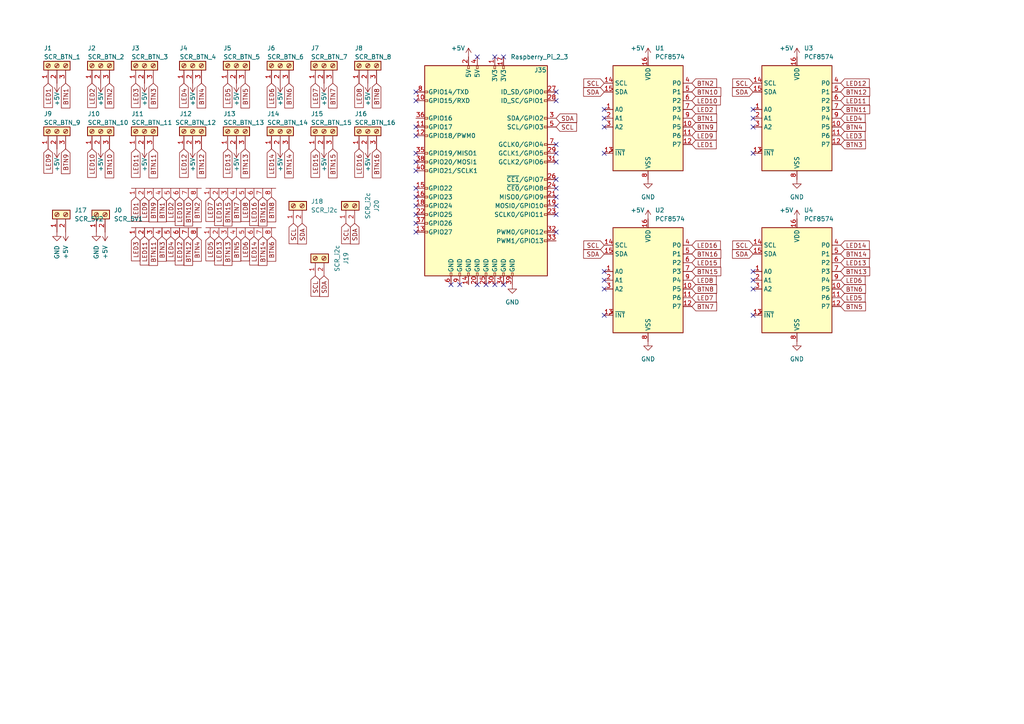
<source format=kicad_sch>
(kicad_sch (version 20211123) (generator eeschema)

  (uuid 184c610d-649d-467f-b29e-7f29671fc623)

  (paper "A4")

  (lib_symbols
    (symbol "Connector:Raspberry_Pi_2_3" (pin_names (offset 1.016)) (in_bom yes) (on_board yes)
      (property "Reference" "J" (id 0) (at -17.78 31.75 0)
        (effects (font (size 1.27 1.27)) (justify left bottom))
      )
      (property "Value" "Raspberry_Pi_2_3" (id 1) (at 10.16 -31.75 0)
        (effects (font (size 1.27 1.27)) (justify left top))
      )
      (property "Footprint" "" (id 2) (at 0 0 0)
        (effects (font (size 1.27 1.27)) hide)
      )
      (property "Datasheet" "https://www.raspberrypi.org/documentation/hardware/raspberrypi/schematics/rpi_SCH_3bplus_1p0_reduced.pdf" (id 3) (at 0 0 0)
        (effects (font (size 1.27 1.27)) hide)
      )
      (property "ki_keywords" "raspberrypi gpio" (id 4) (at 0 0 0)
        (effects (font (size 1.27 1.27)) hide)
      )
      (property "ki_description" "expansion header for Raspberry Pi 2 & 3" (id 5) (at 0 0 0)
        (effects (font (size 1.27 1.27)) hide)
      )
      (property "ki_fp_filters" "PinHeader*2x20*P2.54mm*Vertical* PinSocket*2x20*P2.54mm*Vertical*" (id 6) (at 0 0 0)
        (effects (font (size 1.27 1.27)) hide)
      )
      (symbol "Raspberry_Pi_2_3_0_1"
        (rectangle (start -17.78 30.48) (end 17.78 -30.48)
          (stroke (width 0.254) (type default) (color 0 0 0 0))
          (fill (type background))
        )
      )
      (symbol "Raspberry_Pi_2_3_1_1"
        (rectangle (start -16.891 -17.526) (end -17.78 -18.034)
          (stroke (width 0) (type default) (color 0 0 0 0))
          (fill (type none))
        )
        (rectangle (start -16.891 -14.986) (end -17.78 -15.494)
          (stroke (width 0) (type default) (color 0 0 0 0))
          (fill (type none))
        )
        (rectangle (start -16.891 -12.446) (end -17.78 -12.954)
          (stroke (width 0) (type default) (color 0 0 0 0))
          (fill (type none))
        )
        (rectangle (start -16.891 -9.906) (end -17.78 -10.414)
          (stroke (width 0) (type default) (color 0 0 0 0))
          (fill (type none))
        )
        (rectangle (start -16.891 -7.366) (end -17.78 -7.874)
          (stroke (width 0) (type default) (color 0 0 0 0))
          (fill (type none))
        )
        (rectangle (start -16.891 -4.826) (end -17.78 -5.334)
          (stroke (width 0) (type default) (color 0 0 0 0))
          (fill (type none))
        )
        (rectangle (start -16.891 0.254) (end -17.78 -0.254)
          (stroke (width 0) (type default) (color 0 0 0 0))
          (fill (type none))
        )
        (rectangle (start -16.891 2.794) (end -17.78 2.286)
          (stroke (width 0) (type default) (color 0 0 0 0))
          (fill (type none))
        )
        (rectangle (start -16.891 5.334) (end -17.78 4.826)
          (stroke (width 0) (type default) (color 0 0 0 0))
          (fill (type none))
        )
        (rectangle (start -16.891 10.414) (end -17.78 9.906)
          (stroke (width 0) (type default) (color 0 0 0 0))
          (fill (type none))
        )
        (rectangle (start -16.891 12.954) (end -17.78 12.446)
          (stroke (width 0) (type default) (color 0 0 0 0))
          (fill (type none))
        )
        (rectangle (start -16.891 15.494) (end -17.78 14.986)
          (stroke (width 0) (type default) (color 0 0 0 0))
          (fill (type none))
        )
        (rectangle (start -16.891 20.574) (end -17.78 20.066)
          (stroke (width 0) (type default) (color 0 0 0 0))
          (fill (type none))
        )
        (rectangle (start -16.891 23.114) (end -17.78 22.606)
          (stroke (width 0) (type default) (color 0 0 0 0))
          (fill (type none))
        )
        (rectangle (start -10.414 -29.591) (end -9.906 -30.48)
          (stroke (width 0) (type default) (color 0 0 0 0))
          (fill (type none))
        )
        (rectangle (start -7.874 -29.591) (end -7.366 -30.48)
          (stroke (width 0) (type default) (color 0 0 0 0))
          (fill (type none))
        )
        (rectangle (start -5.334 -29.591) (end -4.826 -30.48)
          (stroke (width 0) (type default) (color 0 0 0 0))
          (fill (type none))
        )
        (rectangle (start -5.334 30.48) (end -4.826 29.591)
          (stroke (width 0) (type default) (color 0 0 0 0))
          (fill (type none))
        )
        (rectangle (start -2.794 -29.591) (end -2.286 -30.48)
          (stroke (width 0) (type default) (color 0 0 0 0))
          (fill (type none))
        )
        (rectangle (start -2.794 30.48) (end -2.286 29.591)
          (stroke (width 0) (type default) (color 0 0 0 0))
          (fill (type none))
        )
        (rectangle (start -0.254 -29.591) (end 0.254 -30.48)
          (stroke (width 0) (type default) (color 0 0 0 0))
          (fill (type none))
        )
        (rectangle (start 2.286 -29.591) (end 2.794 -30.48)
          (stroke (width 0) (type default) (color 0 0 0 0))
          (fill (type none))
        )
        (rectangle (start 2.286 30.48) (end 2.794 29.591)
          (stroke (width 0) (type default) (color 0 0 0 0))
          (fill (type none))
        )
        (rectangle (start 4.826 -29.591) (end 5.334 -30.48)
          (stroke (width 0) (type default) (color 0 0 0 0))
          (fill (type none))
        )
        (rectangle (start 4.826 30.48) (end 5.334 29.591)
          (stroke (width 0) (type default) (color 0 0 0 0))
          (fill (type none))
        )
        (rectangle (start 7.366 -29.591) (end 7.874 -30.48)
          (stroke (width 0) (type default) (color 0 0 0 0))
          (fill (type none))
        )
        (rectangle (start 17.78 -20.066) (end 16.891 -20.574)
          (stroke (width 0) (type default) (color 0 0 0 0))
          (fill (type none))
        )
        (rectangle (start 17.78 -17.526) (end 16.891 -18.034)
          (stroke (width 0) (type default) (color 0 0 0 0))
          (fill (type none))
        )
        (rectangle (start 17.78 -12.446) (end 16.891 -12.954)
          (stroke (width 0) (type default) (color 0 0 0 0))
          (fill (type none))
        )
        (rectangle (start 17.78 -9.906) (end 16.891 -10.414)
          (stroke (width 0) (type default) (color 0 0 0 0))
          (fill (type none))
        )
        (rectangle (start 17.78 -7.366) (end 16.891 -7.874)
          (stroke (width 0) (type default) (color 0 0 0 0))
          (fill (type none))
        )
        (rectangle (start 17.78 -4.826) (end 16.891 -5.334)
          (stroke (width 0) (type default) (color 0 0 0 0))
          (fill (type none))
        )
        (rectangle (start 17.78 -2.286) (end 16.891 -2.794)
          (stroke (width 0) (type default) (color 0 0 0 0))
          (fill (type none))
        )
        (rectangle (start 17.78 2.794) (end 16.891 2.286)
          (stroke (width 0) (type default) (color 0 0 0 0))
          (fill (type none))
        )
        (rectangle (start 17.78 5.334) (end 16.891 4.826)
          (stroke (width 0) (type default) (color 0 0 0 0))
          (fill (type none))
        )
        (rectangle (start 17.78 7.874) (end 16.891 7.366)
          (stroke (width 0) (type default) (color 0 0 0 0))
          (fill (type none))
        )
        (rectangle (start 17.78 12.954) (end 16.891 12.446)
          (stroke (width 0) (type default) (color 0 0 0 0))
          (fill (type none))
        )
        (rectangle (start 17.78 15.494) (end 16.891 14.986)
          (stroke (width 0) (type default) (color 0 0 0 0))
          (fill (type none))
        )
        (rectangle (start 17.78 20.574) (end 16.891 20.066)
          (stroke (width 0) (type default) (color 0 0 0 0))
          (fill (type none))
        )
        (rectangle (start 17.78 23.114) (end 16.891 22.606)
          (stroke (width 0) (type default) (color 0 0 0 0))
          (fill (type none))
        )
        (pin power_in line (at 2.54 33.02 270) (length 2.54)
          (name "3V3" (effects (font (size 1.27 1.27))))
          (number "1" (effects (font (size 1.27 1.27))))
        )
        (pin bidirectional line (at -20.32 20.32 0) (length 2.54)
          (name "GPIO15/RXD" (effects (font (size 1.27 1.27))))
          (number "10" (effects (font (size 1.27 1.27))))
        )
        (pin bidirectional line (at -20.32 12.7 0) (length 2.54)
          (name "GPIO17" (effects (font (size 1.27 1.27))))
          (number "11" (effects (font (size 1.27 1.27))))
        )
        (pin bidirectional line (at -20.32 10.16 0) (length 2.54)
          (name "GPIO18/PWM0" (effects (font (size 1.27 1.27))))
          (number "12" (effects (font (size 1.27 1.27))))
        )
        (pin bidirectional line (at -20.32 -17.78 0) (length 2.54)
          (name "GPIO27" (effects (font (size 1.27 1.27))))
          (number "13" (effects (font (size 1.27 1.27))))
        )
        (pin power_in line (at -5.08 -33.02 90) (length 2.54)
          (name "GND" (effects (font (size 1.27 1.27))))
          (number "14" (effects (font (size 1.27 1.27))))
        )
        (pin bidirectional line (at -20.32 -5.08 0) (length 2.54)
          (name "GPIO22" (effects (font (size 1.27 1.27))))
          (number "15" (effects (font (size 1.27 1.27))))
        )
        (pin bidirectional line (at -20.32 -7.62 0) (length 2.54)
          (name "GPIO23" (effects (font (size 1.27 1.27))))
          (number "16" (effects (font (size 1.27 1.27))))
        )
        (pin power_in line (at 5.08 33.02 270) (length 2.54)
          (name "3V3" (effects (font (size 1.27 1.27))))
          (number "17" (effects (font (size 1.27 1.27))))
        )
        (pin bidirectional line (at -20.32 -10.16 0) (length 2.54)
          (name "GPIO24" (effects (font (size 1.27 1.27))))
          (number "18" (effects (font (size 1.27 1.27))))
        )
        (pin bidirectional line (at 20.32 -10.16 180) (length 2.54)
          (name "MOSI0/GPIO10" (effects (font (size 1.27 1.27))))
          (number "19" (effects (font (size 1.27 1.27))))
        )
        (pin power_in line (at -5.08 33.02 270) (length 2.54)
          (name "5V" (effects (font (size 1.27 1.27))))
          (number "2" (effects (font (size 1.27 1.27))))
        )
        (pin power_in line (at -2.54 -33.02 90) (length 2.54)
          (name "GND" (effects (font (size 1.27 1.27))))
          (number "20" (effects (font (size 1.27 1.27))))
        )
        (pin bidirectional line (at 20.32 -7.62 180) (length 2.54)
          (name "MISO0/GPIO9" (effects (font (size 1.27 1.27))))
          (number "21" (effects (font (size 1.27 1.27))))
        )
        (pin bidirectional line (at -20.32 -12.7 0) (length 2.54)
          (name "GPIO25" (effects (font (size 1.27 1.27))))
          (number "22" (effects (font (size 1.27 1.27))))
        )
        (pin bidirectional line (at 20.32 -12.7 180) (length 2.54)
          (name "SCLK0/GPIO11" (effects (font (size 1.27 1.27))))
          (number "23" (effects (font (size 1.27 1.27))))
        )
        (pin bidirectional line (at 20.32 -5.08 180) (length 2.54)
          (name "~{CE0}/GPIO8" (effects (font (size 1.27 1.27))))
          (number "24" (effects (font (size 1.27 1.27))))
        )
        (pin power_in line (at 0 -33.02 90) (length 2.54)
          (name "GND" (effects (font (size 1.27 1.27))))
          (number "25" (effects (font (size 1.27 1.27))))
        )
        (pin bidirectional line (at 20.32 -2.54 180) (length 2.54)
          (name "~{CE1}/GPIO7" (effects (font (size 1.27 1.27))))
          (number "26" (effects (font (size 1.27 1.27))))
        )
        (pin bidirectional line (at 20.32 22.86 180) (length 2.54)
          (name "ID_SD/GPIO0" (effects (font (size 1.27 1.27))))
          (number "27" (effects (font (size 1.27 1.27))))
        )
        (pin bidirectional line (at 20.32 20.32 180) (length 2.54)
          (name "ID_SC/GPIO1" (effects (font (size 1.27 1.27))))
          (number "28" (effects (font (size 1.27 1.27))))
        )
        (pin bidirectional line (at 20.32 5.08 180) (length 2.54)
          (name "GCLK1/GPIO5" (effects (font (size 1.27 1.27))))
          (number "29" (effects (font (size 1.27 1.27))))
        )
        (pin bidirectional line (at 20.32 15.24 180) (length 2.54)
          (name "SDA/GPIO2" (effects (font (size 1.27 1.27))))
          (number "3" (effects (font (size 1.27 1.27))))
        )
        (pin power_in line (at 2.54 -33.02 90) (length 2.54)
          (name "GND" (effects (font (size 1.27 1.27))))
          (number "30" (effects (font (size 1.27 1.27))))
        )
        (pin bidirectional line (at 20.32 2.54 180) (length 2.54)
          (name "GCLK2/GPIO6" (effects (font (size 1.27 1.27))))
          (number "31" (effects (font (size 1.27 1.27))))
        )
        (pin bidirectional line (at 20.32 -17.78 180) (length 2.54)
          (name "PWM0/GPIO12" (effects (font (size 1.27 1.27))))
          (number "32" (effects (font (size 1.27 1.27))))
        )
        (pin bidirectional line (at 20.32 -20.32 180) (length 2.54)
          (name "PWM1/GPIO13" (effects (font (size 1.27 1.27))))
          (number "33" (effects (font (size 1.27 1.27))))
        )
        (pin power_in line (at 5.08 -33.02 90) (length 2.54)
          (name "GND" (effects (font (size 1.27 1.27))))
          (number "34" (effects (font (size 1.27 1.27))))
        )
        (pin bidirectional line (at -20.32 5.08 0) (length 2.54)
          (name "GPIO19/MISO1" (effects (font (size 1.27 1.27))))
          (number "35" (effects (font (size 1.27 1.27))))
        )
        (pin bidirectional line (at -20.32 15.24 0) (length 2.54)
          (name "GPIO16" (effects (font (size 1.27 1.27))))
          (number "36" (effects (font (size 1.27 1.27))))
        )
        (pin bidirectional line (at -20.32 -15.24 0) (length 2.54)
          (name "GPIO26" (effects (font (size 1.27 1.27))))
          (number "37" (effects (font (size 1.27 1.27))))
        )
        (pin bidirectional line (at -20.32 2.54 0) (length 2.54)
          (name "GPIO20/MOSI1" (effects (font (size 1.27 1.27))))
          (number "38" (effects (font (size 1.27 1.27))))
        )
        (pin power_in line (at 7.62 -33.02 90) (length 2.54)
          (name "GND" (effects (font (size 1.27 1.27))))
          (number "39" (effects (font (size 1.27 1.27))))
        )
        (pin power_in line (at -2.54 33.02 270) (length 2.54)
          (name "5V" (effects (font (size 1.27 1.27))))
          (number "4" (effects (font (size 1.27 1.27))))
        )
        (pin bidirectional line (at -20.32 0 0) (length 2.54)
          (name "GPIO21/SCLK1" (effects (font (size 1.27 1.27))))
          (number "40" (effects (font (size 1.27 1.27))))
        )
        (pin bidirectional line (at 20.32 12.7 180) (length 2.54)
          (name "SCL/GPIO3" (effects (font (size 1.27 1.27))))
          (number "5" (effects (font (size 1.27 1.27))))
        )
        (pin power_in line (at -10.16 -33.02 90) (length 2.54)
          (name "GND" (effects (font (size 1.27 1.27))))
          (number "6" (effects (font (size 1.27 1.27))))
        )
        (pin bidirectional line (at 20.32 7.62 180) (length 2.54)
          (name "GCLK0/GPIO4" (effects (font (size 1.27 1.27))))
          (number "7" (effects (font (size 1.27 1.27))))
        )
        (pin bidirectional line (at -20.32 22.86 0) (length 2.54)
          (name "GPIO14/TXD" (effects (font (size 1.27 1.27))))
          (number "8" (effects (font (size 1.27 1.27))))
        )
        (pin power_in line (at -7.62 -33.02 90) (length 2.54)
          (name "GND" (effects (font (size 1.27 1.27))))
          (number "9" (effects (font (size 1.27 1.27))))
        )
      )
    )
    (symbol "Connector:Screw_Terminal_01x02" (pin_names (offset 1.016) hide) (in_bom yes) (on_board yes)
      (property "Reference" "J" (id 0) (at 0 2.54 0)
        (effects (font (size 1.27 1.27)))
      )
      (property "Value" "Screw_Terminal_01x02" (id 1) (at 0 -5.08 0)
        (effects (font (size 1.27 1.27)))
      )
      (property "Footprint" "" (id 2) (at 0 0 0)
        (effects (font (size 1.27 1.27)) hide)
      )
      (property "Datasheet" "~" (id 3) (at 0 0 0)
        (effects (font (size 1.27 1.27)) hide)
      )
      (property "ki_keywords" "screw terminal" (id 4) (at 0 0 0)
        (effects (font (size 1.27 1.27)) hide)
      )
      (property "ki_description" "Generic screw terminal, single row, 01x02, script generated (kicad-library-utils/schlib/autogen/connector/)" (id 5) (at 0 0 0)
        (effects (font (size 1.27 1.27)) hide)
      )
      (property "ki_fp_filters" "TerminalBlock*:*" (id 6) (at 0 0 0)
        (effects (font (size 1.27 1.27)) hide)
      )
      (symbol "Screw_Terminal_01x02_1_1"
        (rectangle (start -1.27 1.27) (end 1.27 -3.81)
          (stroke (width 0.254) (type default) (color 0 0 0 0))
          (fill (type background))
        )
        (circle (center 0 -2.54) (radius 0.635)
          (stroke (width 0.1524) (type default) (color 0 0 0 0))
          (fill (type none))
        )
        (polyline
          (pts
            (xy -0.5334 -2.2098)
            (xy 0.3302 -3.048)
          )
          (stroke (width 0.1524) (type default) (color 0 0 0 0))
          (fill (type none))
        )
        (polyline
          (pts
            (xy -0.5334 0.3302)
            (xy 0.3302 -0.508)
          )
          (stroke (width 0.1524) (type default) (color 0 0 0 0))
          (fill (type none))
        )
        (polyline
          (pts
            (xy -0.3556 -2.032)
            (xy 0.508 -2.8702)
          )
          (stroke (width 0.1524) (type default) (color 0 0 0 0))
          (fill (type none))
        )
        (polyline
          (pts
            (xy -0.3556 0.508)
            (xy 0.508 -0.3302)
          )
          (stroke (width 0.1524) (type default) (color 0 0 0 0))
          (fill (type none))
        )
        (circle (center 0 0) (radius 0.635)
          (stroke (width 0.1524) (type default) (color 0 0 0 0))
          (fill (type none))
        )
        (pin passive line (at -5.08 0 0) (length 3.81)
          (name "Pin_1" (effects (font (size 1.27 1.27))))
          (number "1" (effects (font (size 1.27 1.27))))
        )
        (pin passive line (at -5.08 -2.54 0) (length 3.81)
          (name "Pin_2" (effects (font (size 1.27 1.27))))
          (number "2" (effects (font (size 1.27 1.27))))
        )
      )
    )
    (symbol "Connector:Screw_Terminal_01x03" (pin_names (offset 1.016) hide) (in_bom yes) (on_board yes)
      (property "Reference" "J" (id 0) (at 0 5.08 0)
        (effects (font (size 1.27 1.27)))
      )
      (property "Value" "Screw_Terminal_01x03" (id 1) (at 0 -5.08 0)
        (effects (font (size 1.27 1.27)))
      )
      (property "Footprint" "" (id 2) (at 0 0 0)
        (effects (font (size 1.27 1.27)) hide)
      )
      (property "Datasheet" "~" (id 3) (at 0 0 0)
        (effects (font (size 1.27 1.27)) hide)
      )
      (property "ki_keywords" "screw terminal" (id 4) (at 0 0 0)
        (effects (font (size 1.27 1.27)) hide)
      )
      (property "ki_description" "Generic screw terminal, single row, 01x03, script generated (kicad-library-utils/schlib/autogen/connector/)" (id 5) (at 0 0 0)
        (effects (font (size 1.27 1.27)) hide)
      )
      (property "ki_fp_filters" "TerminalBlock*:*" (id 6) (at 0 0 0)
        (effects (font (size 1.27 1.27)) hide)
      )
      (symbol "Screw_Terminal_01x03_1_1"
        (rectangle (start -1.27 3.81) (end 1.27 -3.81)
          (stroke (width 0.254) (type default) (color 0 0 0 0))
          (fill (type background))
        )
        (circle (center 0 -2.54) (radius 0.635)
          (stroke (width 0.1524) (type default) (color 0 0 0 0))
          (fill (type none))
        )
        (polyline
          (pts
            (xy -0.5334 -2.2098)
            (xy 0.3302 -3.048)
          )
          (stroke (width 0.1524) (type default) (color 0 0 0 0))
          (fill (type none))
        )
        (polyline
          (pts
            (xy -0.5334 0.3302)
            (xy 0.3302 -0.508)
          )
          (stroke (width 0.1524) (type default) (color 0 0 0 0))
          (fill (type none))
        )
        (polyline
          (pts
            (xy -0.5334 2.8702)
            (xy 0.3302 2.032)
          )
          (stroke (width 0.1524) (type default) (color 0 0 0 0))
          (fill (type none))
        )
        (polyline
          (pts
            (xy -0.3556 -2.032)
            (xy 0.508 -2.8702)
          )
          (stroke (width 0.1524) (type default) (color 0 0 0 0))
          (fill (type none))
        )
        (polyline
          (pts
            (xy -0.3556 0.508)
            (xy 0.508 -0.3302)
          )
          (stroke (width 0.1524) (type default) (color 0 0 0 0))
          (fill (type none))
        )
        (polyline
          (pts
            (xy -0.3556 3.048)
            (xy 0.508 2.2098)
          )
          (stroke (width 0.1524) (type default) (color 0 0 0 0))
          (fill (type none))
        )
        (circle (center 0 0) (radius 0.635)
          (stroke (width 0.1524) (type default) (color 0 0 0 0))
          (fill (type none))
        )
        (circle (center 0 2.54) (radius 0.635)
          (stroke (width 0.1524) (type default) (color 0 0 0 0))
          (fill (type none))
        )
        (pin passive line (at -5.08 2.54 0) (length 3.81)
          (name "Pin_1" (effects (font (size 1.27 1.27))))
          (number "1" (effects (font (size 1.27 1.27))))
        )
        (pin passive line (at -5.08 0 0) (length 3.81)
          (name "Pin_2" (effects (font (size 1.27 1.27))))
          (number "2" (effects (font (size 1.27 1.27))))
        )
        (pin passive line (at -5.08 -2.54 0) (length 3.81)
          (name "Pin_3" (effects (font (size 1.27 1.27))))
          (number "3" (effects (font (size 1.27 1.27))))
        )
      )
    )
    (symbol "Custom:8P_Header" (in_bom yes) (on_board yes)
      (property "Reference" "U" (id 0) (at -10.16 1.27 0)
        (effects (font (size 1.27 1.27)) hide)
      )
      (property "Value" "8P_Header" (id 1) (at 5.08 1.27 0)
        (effects (font (size 1.27 1.27)) hide)
      )
      (property "Footprint" "" (id 2) (at -1.27 7.62 0)
        (effects (font (size 1.27 1.27)) hide)
      )
      (property "Datasheet" "" (id 3) (at -1.27 7.62 0)
        (effects (font (size 1.27 1.27)) hide)
      )
      (symbol "8P_Header_0_1"
        (rectangle (start -10.16 0) (end 10.16 0)
          (stroke (width 0) (type default) (color 0 0 0 0))
          (fill (type none))
        )
      )
      (symbol "8P_Header_1_1"
        (pin input line (at -8.89 -2.54 90) (length 2.54)
          (name "" (effects (font (size 1.27 1.27))))
          (number "1" (effects (font (size 1.27 1.27))))
        )
        (pin input line (at -6.35 -2.54 90) (length 2.54)
          (name "" (effects (font (size 1.27 1.27))))
          (number "2" (effects (font (size 1.27 1.27))))
        )
        (pin input line (at -3.81 -2.54 90) (length 2.54)
          (name "" (effects (font (size 1.27 1.27))))
          (number "3" (effects (font (size 1.27 1.27))))
        )
        (pin input line (at -1.27 -2.54 90) (length 2.54)
          (name "" (effects (font (size 1.27 1.27))))
          (number "4" (effects (font (size 1.27 1.27))))
        )
        (pin input line (at 1.27 -2.54 90) (length 2.54)
          (name "" (effects (font (size 1.27 1.27))))
          (number "5" (effects (font (size 1.27 1.27))))
        )
        (pin input line (at 3.81 -2.54 90) (length 2.54)
          (name "" (effects (font (size 1.27 1.27))))
          (number "6" (effects (font (size 1.27 1.27))))
        )
        (pin input line (at 6.35 -2.54 90) (length 2.54)
          (name "" (effects (font (size 1.27 1.27))))
          (number "7" (effects (font (size 1.27 1.27))))
        )
        (pin input line (at 8.89 -2.54 90) (length 2.54)
          (name "" (effects (font (size 1.27 1.27))))
          (number "8" (effects (font (size 1.27 1.27))))
        )
      )
    )
    (symbol "Interface_Expansion:PCF8574" (in_bom yes) (on_board yes)
      (property "Reference" "U" (id 0) (at -8.89 16.51 0)
        (effects (font (size 1.27 1.27)) (justify left))
      )
      (property "Value" "PCF8574" (id 1) (at 2.54 16.51 0)
        (effects (font (size 1.27 1.27)) (justify left))
      )
      (property "Footprint" "" (id 2) (at 0 0 0)
        (effects (font (size 1.27 1.27)) hide)
      )
      (property "Datasheet" "http://www.nxp.com/documents/data_sheet/PCF8574_PCF8574A.pdf" (id 3) (at 0 0 0)
        (effects (font (size 1.27 1.27)) hide)
      )
      (property "ki_keywords" "I2C Expander" (id 4) (at 0 0 0)
        (effects (font (size 1.27 1.27)) hide)
      )
      (property "ki_description" "8 Bit Port/Expander to I2C Bus, DIP/SOIC-16" (id 5) (at 0 0 0)
        (effects (font (size 1.27 1.27)) hide)
      )
      (property "ki_fp_filters" "DIP*W7.62mm* SOIC*7.5x10.3mm*P1.27mm*" (id 6) (at 0 0 0)
        (effects (font (size 1.27 1.27)) hide)
      )
      (symbol "PCF8574_0_1"
        (rectangle (start -10.16 15.24) (end 10.16 -15.24)
          (stroke (width 0.254) (type default) (color 0 0 0 0))
          (fill (type background))
        )
      )
      (symbol "PCF8574_1_1"
        (pin input line (at -12.7 2.54 0) (length 2.54)
          (name "A0" (effects (font (size 1.27 1.27))))
          (number "1" (effects (font (size 1.27 1.27))))
        )
        (pin bidirectional line (at 12.7 -2.54 180) (length 2.54)
          (name "P5" (effects (font (size 1.27 1.27))))
          (number "10" (effects (font (size 1.27 1.27))))
        )
        (pin bidirectional line (at 12.7 -5.08 180) (length 2.54)
          (name "P6" (effects (font (size 1.27 1.27))))
          (number "11" (effects (font (size 1.27 1.27))))
        )
        (pin bidirectional line (at 12.7 -7.62 180) (length 2.54)
          (name "P7" (effects (font (size 1.27 1.27))))
          (number "12" (effects (font (size 1.27 1.27))))
        )
        (pin open_collector output_low (at -12.7 -10.16 0) (length 2.54)
          (name "~{INT}" (effects (font (size 1.27 1.27))))
          (number "13" (effects (font (size 1.27 1.27))))
        )
        (pin input line (at -12.7 10.16 0) (length 2.54)
          (name "SCL" (effects (font (size 1.27 1.27))))
          (number "14" (effects (font (size 1.27 1.27))))
        )
        (pin bidirectional line (at -12.7 7.62 0) (length 2.54)
          (name "SDA" (effects (font (size 1.27 1.27))))
          (number "15" (effects (font (size 1.27 1.27))))
        )
        (pin power_in line (at 0 17.78 270) (length 2.54)
          (name "VDD" (effects (font (size 1.27 1.27))))
          (number "16" (effects (font (size 1.27 1.27))))
        )
        (pin input line (at -12.7 0 0) (length 2.54)
          (name "A1" (effects (font (size 1.27 1.27))))
          (number "2" (effects (font (size 1.27 1.27))))
        )
        (pin input line (at -12.7 -2.54 0) (length 2.54)
          (name "A2" (effects (font (size 1.27 1.27))))
          (number "3" (effects (font (size 1.27 1.27))))
        )
        (pin bidirectional line (at 12.7 10.16 180) (length 2.54)
          (name "P0" (effects (font (size 1.27 1.27))))
          (number "4" (effects (font (size 1.27 1.27))))
        )
        (pin bidirectional line (at 12.7 7.62 180) (length 2.54)
          (name "P1" (effects (font (size 1.27 1.27))))
          (number "5" (effects (font (size 1.27 1.27))))
        )
        (pin bidirectional line (at 12.7 5.08 180) (length 2.54)
          (name "P2" (effects (font (size 1.27 1.27))))
          (number "6" (effects (font (size 1.27 1.27))))
        )
        (pin bidirectional line (at 12.7 2.54 180) (length 2.54)
          (name "P3" (effects (font (size 1.27 1.27))))
          (number "7" (effects (font (size 1.27 1.27))))
        )
        (pin power_in line (at 0 -17.78 90) (length 2.54)
          (name "VSS" (effects (font (size 1.27 1.27))))
          (number "8" (effects (font (size 1.27 1.27))))
        )
        (pin bidirectional line (at 12.7 0 180) (length 2.54)
          (name "P4" (effects (font (size 1.27 1.27))))
          (number "9" (effects (font (size 1.27 1.27))))
        )
      )
    )
    (symbol "power:+5V" (power) (pin_names (offset 0)) (in_bom yes) (on_board yes)
      (property "Reference" "#PWR" (id 0) (at 0 -3.81 0)
        (effects (font (size 1.27 1.27)) hide)
      )
      (property "Value" "+5V" (id 1) (at 0 3.556 0)
        (effects (font (size 1.27 1.27)))
      )
      (property "Footprint" "" (id 2) (at 0 0 0)
        (effects (font (size 1.27 1.27)) hide)
      )
      (property "Datasheet" "" (id 3) (at 0 0 0)
        (effects (font (size 1.27 1.27)) hide)
      )
      (property "ki_keywords" "power-flag" (id 4) (at 0 0 0)
        (effects (font (size 1.27 1.27)) hide)
      )
      (property "ki_description" "Power symbol creates a global label with name \"+5V\"" (id 5) (at 0 0 0)
        (effects (font (size 1.27 1.27)) hide)
      )
      (symbol "+5V_0_1"
        (polyline
          (pts
            (xy -0.762 1.27)
            (xy 0 2.54)
          )
          (stroke (width 0) (type default) (color 0 0 0 0))
          (fill (type none))
        )
        (polyline
          (pts
            (xy 0 0)
            (xy 0 2.54)
          )
          (stroke (width 0) (type default) (color 0 0 0 0))
          (fill (type none))
        )
        (polyline
          (pts
            (xy 0 2.54)
            (xy 0.762 1.27)
          )
          (stroke (width 0) (type default) (color 0 0 0 0))
          (fill (type none))
        )
      )
      (symbol "+5V_1_1"
        (pin power_in line (at 0 0 90) (length 0) hide
          (name "+5V" (effects (font (size 1.27 1.27))))
          (number "1" (effects (font (size 1.27 1.27))))
        )
      )
    )
    (symbol "power:GND" (power) (pin_names (offset 0)) (in_bom yes) (on_board yes)
      (property "Reference" "#PWR" (id 0) (at 0 -6.35 0)
        (effects (font (size 1.27 1.27)) hide)
      )
      (property "Value" "GND" (id 1) (at 0 -3.81 0)
        (effects (font (size 1.27 1.27)))
      )
      (property "Footprint" "" (id 2) (at 0 0 0)
        (effects (font (size 1.27 1.27)) hide)
      )
      (property "Datasheet" "" (id 3) (at 0 0 0)
        (effects (font (size 1.27 1.27)) hide)
      )
      (property "ki_keywords" "power-flag" (id 4) (at 0 0 0)
        (effects (font (size 1.27 1.27)) hide)
      )
      (property "ki_description" "Power symbol creates a global label with name \"GND\" , ground" (id 5) (at 0 0 0)
        (effects (font (size 1.27 1.27)) hide)
      )
      (symbol "GND_0_1"
        (polyline
          (pts
            (xy 0 0)
            (xy 0 -1.27)
            (xy 1.27 -1.27)
            (xy 0 -2.54)
            (xy -1.27 -1.27)
            (xy 0 -1.27)
          )
          (stroke (width 0) (type default) (color 0 0 0 0))
          (fill (type none))
        )
      )
      (symbol "GND_1_1"
        (pin power_in line (at 0 0 270) (length 0) hide
          (name "GND" (effects (font (size 1.27 1.27))))
          (number "1" (effects (font (size 1.27 1.27))))
        )
      )
    )
  )


  (no_connect (at 120.65 64.77) (uuid 01ec0d2a-0e34-4986-b4c4-be243d066c5c))
  (no_connect (at 218.44 36.83) (uuid 1460d0ae-b42a-45f0-acc3-5cde65ace67d))
  (no_connect (at 161.29 52.07) (uuid 1794b8a5-f0ff-4090-8291-48bce245311c))
  (no_connect (at 161.29 62.23) (uuid 1aa90b33-afc2-47ca-afca-e2f1cce58dba))
  (no_connect (at 175.26 44.45) (uuid 1e03cfc9-74fe-4695-8b50-8d35f17e8fbb))
  (no_connect (at 218.44 78.74) (uuid 1f807dff-d861-4ec7-befd-ca1b69ad4dd5))
  (no_connect (at 120.65 36.83) (uuid 294899ca-faae-4e4d-960f-c5c6bf4e9422))
  (no_connect (at 175.26 36.83) (uuid 29cea9b3-5992-4aaf-83b5-ff30534979be))
  (no_connect (at 146.05 16.51) (uuid 36e11580-257f-40c9-a3cc-24b13dcf41f2))
  (no_connect (at 175.26 31.75) (uuid 38263953-34e2-4c3d-a9bd-ac17b31725f0))
  (no_connect (at 120.65 49.53) (uuid 3d197a1c-2409-4ffb-9161-ca125714cfd7))
  (no_connect (at 120.65 62.23) (uuid 3d6c1065-1d75-4e62-9172-b915b6d71e24))
  (no_connect (at 161.29 41.91) (uuid 3ff47d97-b6f7-4870-ac39-e26ebf7b335b))
  (no_connect (at 146.05 82.55) (uuid 456e32a2-db62-4e2b-bbc8-d71957c9ca3f))
  (no_connect (at 120.65 26.67) (uuid 4baa8bf0-baca-41e1-9e47-707037f27029))
  (no_connect (at 120.65 59.69) (uuid 50b88a9c-6aa8-42a7-94fb-5d0cff21fc2a))
  (no_connect (at 175.26 81.28) (uuid 549ed81e-e5ad-4bdd-b50a-10d5b0f1336b))
  (no_connect (at 143.51 16.51) (uuid 570acbda-9176-4cee-968f-31d94c0a0a71))
  (no_connect (at 120.65 57.15) (uuid 5815903d-4f66-4667-998c-e493149d8b04))
  (no_connect (at 161.29 26.67) (uuid 638a92b0-5608-42e0-a230-0fe6e1487d59))
  (no_connect (at 161.29 57.15) (uuid 65ef5e96-4b0c-4ede-983c-5754547230ac))
  (no_connect (at 218.44 34.29) (uuid 69de7335-04e0-4112-90d1-9afd8aaeb0ce))
  (no_connect (at 218.44 31.75) (uuid 6ad6e4fa-4ba2-4767-957a-94531ad9d969))
  (no_connect (at 175.26 78.74) (uuid 76d03f46-3947-436b-a168-2e45da142e99))
  (no_connect (at 140.97 82.55) (uuid 772f8f44-8a8a-4640-ae06-4533ad640771))
  (no_connect (at 138.43 82.55) (uuid 7e38fd32-fa53-4696-a173-9ea06ed3accb))
  (no_connect (at 143.51 82.55) (uuid 7fa4ec65-0d5b-447a-bcab-7e85697e1239))
  (no_connect (at 161.29 29.21) (uuid 9aeba18c-6b68-4adb-819d-17caed1164a5))
  (no_connect (at 175.26 34.29) (uuid 9f1efe47-4878-44dc-984d-d4d70b8b408d))
  (no_connect (at 120.65 54.61) (uuid 9fbd3154-b581-49ff-86d7-fedb3eacb466))
  (no_connect (at 120.65 67.31) (uuid a27644f7-eb46-4051-b6ea-c76a56aa2860))
  (no_connect (at 130.81 82.55) (uuid afef7cc5-bd6d-422d-9b34-8ca4429a52e3))
  (no_connect (at 161.29 54.61) (uuid b7089593-f8de-492e-ad18-e904e8c4e9ad))
  (no_connect (at 218.44 83.82) (uuid c2ee96e5-3a63-4b79-888a-92e07f76ed70))
  (no_connect (at 138.43 16.51) (uuid c7ac57b7-e97a-46cb-a225-4a38eaa25525))
  (no_connect (at 120.65 46.99) (uuid c838dbdf-7bcc-4d76-acc2-4995f2bda86e))
  (no_connect (at 161.29 67.31) (uuid ca499f3b-46ae-4dcf-88da-be7defe0e660))
  (no_connect (at 218.44 91.44) (uuid ccc8513b-e6cc-49de-8e74-f339d449db5c))
  (no_connect (at 133.35 82.55) (uuid d919f6c3-a4e8-456c-9bf2-2b55144755b8))
  (no_connect (at 218.44 81.28) (uuid db596960-e7e2-4d4a-8abd-545fc67dd86b))
  (no_connect (at 161.29 59.69) (uuid df802947-7857-42ff-9504-cb393793ad30))
  (no_connect (at 175.26 83.82) (uuid e0bf9869-e3b8-4c38-9d1f-cdb26e952736))
  (no_connect (at 120.65 39.37) (uuid e1325359-d79b-4599-8da7-21cf5647cf18))
  (no_connect (at 120.65 29.21) (uuid e1e55503-5f6d-4e77-98cb-da3ba1bee369))
  (no_connect (at 161.29 44.45) (uuid e454a97a-c3b3-4445-aa29-781ef66791af))
  (no_connect (at 218.44 44.45) (uuid e6f8c64e-eb6f-4b0f-b339-62637e2318f7))
  (no_connect (at 175.26 91.44) (uuid e95a9a65-cfcf-4d10-9be2-f1460359c52c))
  (no_connect (at 161.29 46.99) (uuid ee3e2c7a-1343-44f3-a859-451054b31f55))
  (no_connect (at 120.65 44.45) (uuid ff07ff94-bc5c-461d-925e-80fdb19c3eed))

  (global_label "LED16" (shape input) (at 73.66 57.15 270) (fields_autoplaced)
    (effects (font (size 1.27 1.27)) (justify right))
    (uuid 00c92ba0-60d1-4881-a7eb-53af650b62a3)
    (property "Intersheet References" "${INTERSHEET_REFS}" (id 0) (at 73.5806 65.4293 90)
      (effects (font (size 1.27 1.27)) (justify right) hide)
    )
  )
  (global_label "LED14" (shape input) (at 243.84 71.12 0) (fields_autoplaced)
    (effects (font (size 1.27 1.27)) (justify left))
    (uuid 03056fa8-624b-4f30-a515-58fd110f2a04)
    (property "Intersheet References" "${INTERSHEET_REFS}" (id 0) (at 252.1193 71.1994 0)
      (effects (font (size 1.27 1.27)) (justify left) hide)
    )
  )
  (global_label "BTN5" (shape input) (at 71.12 24.13 270) (fields_autoplaced)
    (effects (font (size 1.27 1.27)) (justify right))
    (uuid 071633c3-275e-40e4-93e6-4b60a01bc94f)
    (property "Intersheet References" "${INTERSHEET_REFS}" (id 0) (at 71.0406 31.3207 90)
      (effects (font (size 1.27 1.27)) (justify right) hide)
    )
  )
  (global_label "BTN9" (shape input) (at 19.05 43.18 270) (fields_autoplaced)
    (effects (font (size 1.27 1.27)) (justify right))
    (uuid 078de755-663b-4629-b720-cdd7fd34bbdc)
    (property "Intersheet References" "${INTERSHEET_REFS}" (id 0) (at 18.9706 50.3707 90)
      (effects (font (size 1.27 1.27)) (justify right) hide)
    )
  )
  (global_label "LED4" (shape input) (at 243.84 34.29 0) (fields_autoplaced)
    (effects (font (size 1.27 1.27)) (justify left))
    (uuid 09eb20e0-616c-4392-b6bd-769b8dd14ba2)
    (property "Intersheet References" "${INTERSHEET_REFS}" (id 0) (at 250.9098 34.3694 0)
      (effects (font (size 1.27 1.27)) (justify left) hide)
    )
  )
  (global_label "BTN9" (shape input) (at 44.45 57.15 270) (fields_autoplaced)
    (effects (font (size 1.27 1.27)) (justify right))
    (uuid 0a5b2b3d-a333-403d-ba72-615d0179e03c)
    (property "Intersheet References" "${INTERSHEET_REFS}" (id 0) (at 44.3706 64.3407 90)
      (effects (font (size 1.27 1.27)) (justify right) hide)
    )
  )
  (global_label "BTN16" (shape input) (at 76.2 57.15 270) (fields_autoplaced)
    (effects (font (size 1.27 1.27)) (justify right))
    (uuid 0cde82be-0d6f-4caa-a0e4-dc1215a97e78)
    (property "Intersheet References" "${INTERSHEET_REFS}" (id 0) (at 76.1206 65.5502 90)
      (effects (font (size 1.27 1.27)) (justify right) hide)
    )
  )
  (global_label "BTN11" (shape input) (at 44.45 43.18 270) (fields_autoplaced)
    (effects (font (size 1.27 1.27)) (justify right))
    (uuid 0d4f752a-191c-488f-a2cf-d996f28f7971)
    (property "Intersheet References" "${INTERSHEET_REFS}" (id 0) (at 44.3706 51.5802 90)
      (effects (font (size 1.27 1.27)) (justify right) hide)
    )
  )
  (global_label "LED3" (shape input) (at 39.37 68.58 270) (fields_autoplaced)
    (effects (font (size 1.27 1.27)) (justify right))
    (uuid 0edf6f31-184c-4807-be1c-cfa37112d11e)
    (property "Intersheet References" "${INTERSHEET_REFS}" (id 0) (at 39.2906 75.6498 90)
      (effects (font (size 1.27 1.27)) (justify right) hide)
    )
  )
  (global_label "BTN10" (shape input) (at 200.66 26.67 0) (fields_autoplaced)
    (effects (font (size 1.27 1.27)) (justify left))
    (uuid 0f7f22a4-ce01-447c-b528-fbb3a56d10e8)
    (property "Intersheet References" "${INTERSHEET_REFS}" (id 0) (at 209.0602 26.7494 0)
      (effects (font (size 1.27 1.27)) (justify left) hide)
    )
  )
  (global_label "LED10" (shape input) (at 26.67 43.18 270) (fields_autoplaced)
    (effects (font (size 1.27 1.27)) (justify right))
    (uuid 13321ae7-a4c2-4752-b1ff-8ffa5bf7e834)
    (property "Intersheet References" "${INTERSHEET_REFS}" (id 0) (at 26.5906 51.4593 90)
      (effects (font (size 1.27 1.27)) (justify right) hide)
    )
  )
  (global_label "BTN3" (shape input) (at 46.99 68.58 270) (fields_autoplaced)
    (effects (font (size 1.27 1.27)) (justify right))
    (uuid 13a1a541-2395-499e-921f-ee8518e7d05d)
    (property "Intersheet References" "${INTERSHEET_REFS}" (id 0) (at 46.9106 75.7707 90)
      (effects (font (size 1.27 1.27)) (justify right) hide)
    )
  )
  (global_label "BTN3" (shape input) (at 243.84 41.91 0) (fields_autoplaced)
    (effects (font (size 1.27 1.27)) (justify left))
    (uuid 168249d1-c486-4bba-8d01-9334cf0327af)
    (property "Intersheet References" "${INTERSHEET_REFS}" (id 0) (at 251.0307 41.9894 0)
      (effects (font (size 1.27 1.27)) (justify left) hide)
    )
  )
  (global_label "LED11" (shape input) (at 243.84 29.21 0) (fields_autoplaced)
    (effects (font (size 1.27 1.27)) (justify left))
    (uuid 1b3cea89-1e8e-4e13-9dc9-d6a17690dbc3)
    (property "Intersheet References" "${INTERSHEET_REFS}" (id 0) (at 252.1193 29.2894 0)
      (effects (font (size 1.27 1.27)) (justify left) hide)
    )
  )
  (global_label "LED7" (shape input) (at 200.66 86.36 0) (fields_autoplaced)
    (effects (font (size 1.27 1.27)) (justify left))
    (uuid 2006f709-bfdd-438d-a409-8e049f17f37c)
    (property "Intersheet References" "${INTERSHEET_REFS}" (id 0) (at 207.7298 86.4394 0)
      (effects (font (size 1.27 1.27)) (justify left) hide)
    )
  )
  (global_label "LED10" (shape input) (at 52.07 57.15 270) (fields_autoplaced)
    (effects (font (size 1.27 1.27)) (justify right))
    (uuid 209d2ba0-fe36-4eb1-8e0f-4cc6297ab89e)
    (property "Intersheet References" "${INTERSHEET_REFS}" (id 0) (at 51.9906 65.4293 90)
      (effects (font (size 1.27 1.27)) (justify right) hide)
    )
  )
  (global_label "BTN6" (shape input) (at 243.84 83.82 0) (fields_autoplaced)
    (effects (font (size 1.27 1.27)) (justify left))
    (uuid 2e410ac8-c33d-4864-b3dc-99875a5770db)
    (property "Intersheet References" "${INTERSHEET_REFS}" (id 0) (at 251.0307 83.8994 0)
      (effects (font (size 1.27 1.27)) (justify left) hide)
    )
  )
  (global_label "BTN13" (shape input) (at 66.04 68.58 270) (fields_autoplaced)
    (effects (font (size 1.27 1.27)) (justify right))
    (uuid 2ee1b0bf-bec0-46a2-b219-a688e82f1097)
    (property "Intersheet References" "${INTERSHEET_REFS}" (id 0) (at 65.9606 76.9802 90)
      (effects (font (size 1.27 1.27)) (justify right) hide)
    )
  )
  (global_label "BTN4" (shape input) (at 57.15 68.58 270) (fields_autoplaced)
    (effects (font (size 1.27 1.27)) (justify right))
    (uuid 30ec4c20-e7e6-4f5d-8cac-6d2170216a72)
    (property "Intersheet References" "${INTERSHEET_REFS}" (id 0) (at 57.0706 75.7707 90)
      (effects (font (size 1.27 1.27)) (justify right) hide)
    )
  )
  (global_label "LED12" (shape input) (at 243.84 24.13 0) (fields_autoplaced)
    (effects (font (size 1.27 1.27)) (justify left))
    (uuid 312c37b0-120c-4f2e-a68d-bd29070801e3)
    (property "Intersheet References" "${INTERSHEET_REFS}" (id 0) (at 252.1193 24.2094 0)
      (effects (font (size 1.27 1.27)) (justify left) hide)
    )
  )
  (global_label "LED2" (shape input) (at 49.53 57.15 270) (fields_autoplaced)
    (effects (font (size 1.27 1.27)) (justify right))
    (uuid 315870ae-3b84-4e56-aa70-61d3e5b8ab85)
    (property "Intersheet References" "${INTERSHEET_REFS}" (id 0) (at 49.4506 64.2198 90)
      (effects (font (size 1.27 1.27)) (justify right) hide)
    )
  )
  (global_label "SDA" (shape input) (at 161.29 34.29 0) (fields_autoplaced)
    (effects (font (size 1.27 1.27)) (justify left))
    (uuid 316025df-6986-4799-8865-998432ef75d0)
    (property "Intersheet References" "${INTERSHEET_REFS}" (id 0) (at 167.2712 34.2106 0)
      (effects (font (size 1.27 1.27)) (justify left) hide)
    )
  )
  (global_label "LED15" (shape input) (at 200.66 76.2 0) (fields_autoplaced)
    (effects (font (size 1.27 1.27)) (justify left))
    (uuid 327edce8-e81a-46e1-bd43-1d586ffb2e2c)
    (property "Intersheet References" "${INTERSHEET_REFS}" (id 0) (at 208.9393 76.2794 0)
      (effects (font (size 1.27 1.27)) (justify left) hide)
    )
  )
  (global_label "LED16" (shape input) (at 200.66 71.12 0) (fields_autoplaced)
    (effects (font (size 1.27 1.27)) (justify left))
    (uuid 355515e9-efc0-4f8a-9a78-d93719761562)
    (property "Intersheet References" "${INTERSHEET_REFS}" (id 0) (at 208.9393 71.1994 0)
      (effects (font (size 1.27 1.27)) (justify left) hide)
    )
  )
  (global_label "BTN13" (shape input) (at 243.84 78.74 0) (fields_autoplaced)
    (effects (font (size 1.27 1.27)) (justify left))
    (uuid 3b6f6351-acd1-4f9a-8052-fb569e2d72e9)
    (property "Intersheet References" "${INTERSHEET_REFS}" (id 0) (at 252.2402 78.8194 0)
      (effects (font (size 1.27 1.27)) (justify left) hide)
    )
  )
  (global_label "BTN9" (shape input) (at 200.66 36.83 0) (fields_autoplaced)
    (effects (font (size 1.27 1.27)) (justify left))
    (uuid 3d44ea36-acb9-43f7-9a22-9cafde0f5904)
    (property "Intersheet References" "${INTERSHEET_REFS}" (id 0) (at 207.8507 36.9094 0)
      (effects (font (size 1.27 1.27)) (justify left) hide)
    )
  )
  (global_label "LED15" (shape input) (at 63.5 57.15 270) (fields_autoplaced)
    (effects (font (size 1.27 1.27)) (justify right))
    (uuid 3e941c8c-9378-42fa-95d8-5c97f3577681)
    (property "Intersheet References" "${INTERSHEET_REFS}" (id 0) (at 63.4206 65.4293 90)
      (effects (font (size 1.27 1.27)) (justify right) hide)
    )
  )
  (global_label "LED4" (shape input) (at 49.53 68.58 270) (fields_autoplaced)
    (effects (font (size 1.27 1.27)) (justify right))
    (uuid 420f749e-c1d9-401c-bb6e-a767ff8e62c7)
    (property "Intersheet References" "${INTERSHEET_REFS}" (id 0) (at 49.4506 75.6498 90)
      (effects (font (size 1.27 1.27)) (justify right) hide)
    )
  )
  (global_label "SCL" (shape input) (at 175.26 71.12 180) (fields_autoplaced)
    (effects (font (size 1.27 1.27)) (justify right))
    (uuid 494bb1f0-01da-4805-9cd2-43c80adcb74a)
    (property "Intersheet References" "${INTERSHEET_REFS}" (id 0) (at 169.3393 71.1994 0)
      (effects (font (size 1.27 1.27)) (justify right) hide)
    )
  )
  (global_label "LED6" (shape input) (at 243.84 81.28 0) (fields_autoplaced)
    (effects (font (size 1.27 1.27)) (justify left))
    (uuid 49e7dc12-ad9f-4c97-b265-089dae99cb40)
    (property "Intersheet References" "${INTERSHEET_REFS}" (id 0) (at 250.9098 81.3594 0)
      (effects (font (size 1.27 1.27)) (justify left) hide)
    )
  )
  (global_label "BTN1" (shape input) (at 19.05 24.13 270) (fields_autoplaced)
    (effects (font (size 1.27 1.27)) (justify right))
    (uuid 4f48830a-e0b9-4874-9deb-1b4983d05c67)
    (property "Intersheet References" "${INTERSHEET_REFS}" (id 0) (at 18.9706 31.3207 90)
      (effects (font (size 1.27 1.27)) (justify right) hide)
    )
  )
  (global_label "LED10" (shape input) (at 200.66 29.21 0) (fields_autoplaced)
    (effects (font (size 1.27 1.27)) (justify left))
    (uuid 518fb0c7-7c72-4d12-b2d8-91c5a897ca23)
    (property "Intersheet References" "${INTERSHEET_REFS}" (id 0) (at 208.9393 29.2894 0)
      (effects (font (size 1.27 1.27)) (justify left) hide)
    )
  )
  (global_label "LED8" (shape input) (at 71.12 57.15 270) (fields_autoplaced)
    (effects (font (size 1.27 1.27)) (justify right))
    (uuid 51a102b7-f2ab-49fc-925f-7c5d20264c40)
    (property "Intersheet References" "${INTERSHEET_REFS}" (id 0) (at 71.0406 64.2198 90)
      (effects (font (size 1.27 1.27)) (justify right) hide)
    )
  )
  (global_label "LED4" (shape input) (at 53.34 24.13 270) (fields_autoplaced)
    (effects (font (size 1.27 1.27)) (justify right))
    (uuid 52532744-92ce-41d8-97b0-7a82a89efc5a)
    (property "Intersheet References" "${INTERSHEET_REFS}" (id 0) (at 53.2606 31.1998 90)
      (effects (font (size 1.27 1.27)) (justify right) hide)
    )
  )
  (global_label "SDA" (shape input) (at 218.44 26.67 180) (fields_autoplaced)
    (effects (font (size 1.27 1.27)) (justify right))
    (uuid 5329908a-1a98-470c-a979-9e2ecbcd8be9)
    (property "Intersheet References" "${INTERSHEET_REFS}" (id 0) (at 212.4588 26.7494 0)
      (effects (font (size 1.27 1.27)) (justify right) hide)
    )
  )
  (global_label "BTN7" (shape input) (at 200.66 88.9 0) (fields_autoplaced)
    (effects (font (size 1.27 1.27)) (justify left))
    (uuid 585da7e1-b944-42db-b930-0c0bd303eaa9)
    (property "Intersheet References" "${INTERSHEET_REFS}" (id 0) (at 207.8507 88.9794 0)
      (effects (font (size 1.27 1.27)) (justify left) hide)
    )
  )
  (global_label "BTN14" (shape input) (at 76.2 68.58 270) (fields_autoplaced)
    (effects (font (size 1.27 1.27)) (justify right))
    (uuid 5b20cfcd-edee-4a4a-bc8f-81e0783dc10e)
    (property "Intersheet References" "${INTERSHEET_REFS}" (id 0) (at 76.1206 76.9802 90)
      (effects (font (size 1.27 1.27)) (justify right) hide)
    )
  )
  (global_label "SCL" (shape input) (at 100.33 64.77 270) (fields_autoplaced)
    (effects (font (size 1.27 1.27)) (justify right))
    (uuid 5bdbd824-50fb-4678-9713-d6e7dc652748)
    (property "Intersheet References" "${INTERSHEET_REFS}" (id 0) (at 100.4094 70.6907 90)
      (effects (font (size 1.27 1.27)) (justify right) hide)
    )
  )
  (global_label "LED6" (shape input) (at 71.12 68.58 270) (fields_autoplaced)
    (effects (font (size 1.27 1.27)) (justify right))
    (uuid 5d4be1ce-941f-454d-90d7-41c82976abf7)
    (property "Intersheet References" "${INTERSHEET_REFS}" (id 0) (at 71.0406 75.6498 90)
      (effects (font (size 1.27 1.27)) (justify right) hide)
    )
  )
  (global_label "LED14" (shape input) (at 73.66 68.58 270) (fields_autoplaced)
    (effects (font (size 1.27 1.27)) (justify right))
    (uuid 6633d649-5155-4aed-8ae8-330ed5bfa82c)
    (property "Intersheet References" "${INTERSHEET_REFS}" (id 0) (at 73.5806 76.8593 90)
      (effects (font (size 1.27 1.27)) (justify right) hide)
    )
  )
  (global_label "LED8" (shape input) (at 104.14 24.13 270) (fields_autoplaced)
    (effects (font (size 1.27 1.27)) (justify right))
    (uuid 674f31c8-0a1d-4532-8364-cfebbfafd845)
    (property "Intersheet References" "${INTERSHEET_REFS}" (id 0) (at 104.0606 31.1998 90)
      (effects (font (size 1.27 1.27)) (justify right) hide)
    )
  )
  (global_label "BTN1" (shape input) (at 200.66 34.29 0) (fields_autoplaced)
    (effects (font (size 1.27 1.27)) (justify left))
    (uuid 680247dd-693f-4219-8f1b-d4a5664bdf59)
    (property "Intersheet References" "${INTERSHEET_REFS}" (id 0) (at 207.8507 34.3694 0)
      (effects (font (size 1.27 1.27)) (justify left) hide)
    )
  )
  (global_label "BTN12" (shape input) (at 243.84 26.67 0) (fields_autoplaced)
    (effects (font (size 1.27 1.27)) (justify left))
    (uuid 6921e734-f54a-44e2-9a19-db8a52ce3fa3)
    (property "Intersheet References" "${INTERSHEET_REFS}" (id 0) (at 252.2402 26.7494 0)
      (effects (font (size 1.27 1.27)) (justify left) hide)
    )
  )
  (global_label "SDA" (shape input) (at 218.44 73.66 180) (fields_autoplaced)
    (effects (font (size 1.27 1.27)) (justify right))
    (uuid 69dd6d70-12b6-4922-8fae-5f01832935c8)
    (property "Intersheet References" "${INTERSHEET_REFS}" (id 0) (at 212.4588 73.7394 0)
      (effects (font (size 1.27 1.27)) (justify right) hide)
    )
  )
  (global_label "LED2" (shape input) (at 26.67 24.13 270) (fields_autoplaced)
    (effects (font (size 1.27 1.27)) (justify right))
    (uuid 6b1b19ef-69f3-4a95-93a0-76e54ee4f03a)
    (property "Intersheet References" "${INTERSHEET_REFS}" (id 0) (at 26.5906 31.1998 90)
      (effects (font (size 1.27 1.27)) (justify right) hide)
    )
  )
  (global_label "BTN13" (shape input) (at 71.12 43.18 270) (fields_autoplaced)
    (effects (font (size 1.27 1.27)) (justify right))
    (uuid 6b6b0629-cc59-405e-96c3-4be9d1339144)
    (property "Intersheet References" "${INTERSHEET_REFS}" (id 0) (at 71.0406 51.5802 90)
      (effects (font (size 1.27 1.27)) (justify right) hide)
    )
  )
  (global_label "BTN11" (shape input) (at 44.45 68.58 270) (fields_autoplaced)
    (effects (font (size 1.27 1.27)) (justify right))
    (uuid 70480b9b-fea2-4bae-805c-a0288ec7ee8c)
    (property "Intersheet References" "${INTERSHEET_REFS}" (id 0) (at 44.3706 76.9802 90)
      (effects (font (size 1.27 1.27)) (justify right) hide)
    )
  )
  (global_label "BTN8" (shape input) (at 109.22 24.13 270) (fields_autoplaced)
    (effects (font (size 1.27 1.27)) (justify right))
    (uuid 70764705-841d-4226-a62f-2b0da4475994)
    (property "Intersheet References" "${INTERSHEET_REFS}" (id 0) (at 109.1406 31.3207 90)
      (effects (font (size 1.27 1.27)) (justify right) hide)
    )
  )
  (global_label "BTN11" (shape input) (at 243.84 31.75 0) (fields_autoplaced)
    (effects (font (size 1.27 1.27)) (justify left))
    (uuid 7117563f-8254-4eec-916a-7e9c66abd0d6)
    (property "Intersheet References" "${INTERSHEET_REFS}" (id 0) (at 252.2402 31.8294 0)
      (effects (font (size 1.27 1.27)) (justify left) hide)
    )
  )
  (global_label "SCL" (shape input) (at 218.44 24.13 180) (fields_autoplaced)
    (effects (font (size 1.27 1.27)) (justify right))
    (uuid 719128da-bf9d-4777-83ab-fafc25f9b0dd)
    (property "Intersheet References" "${INTERSHEET_REFS}" (id 0) (at 212.5193 24.2094 0)
      (effects (font (size 1.27 1.27)) (justify right) hide)
    )
  )
  (global_label "LED13" (shape input) (at 66.04 43.18 270) (fields_autoplaced)
    (effects (font (size 1.27 1.27)) (justify right))
    (uuid 71f9e892-574c-43c2-8920-ce5122021071)
    (property "Intersheet References" "${INTERSHEET_REFS}" (id 0) (at 65.9606 51.4593 90)
      (effects (font (size 1.27 1.27)) (justify right) hide)
    )
  )
  (global_label "BTN5" (shape input) (at 243.84 88.9 0) (fields_autoplaced)
    (effects (font (size 1.27 1.27)) (justify left))
    (uuid 79423b99-9d13-405d-a090-ebce94d2d094)
    (property "Intersheet References" "${INTERSHEET_REFS}" (id 0) (at 251.0307 88.9794 0)
      (effects (font (size 1.27 1.27)) (justify left) hide)
    )
  )
  (global_label "LED1" (shape input) (at 200.66 41.91 0) (fields_autoplaced)
    (effects (font (size 1.27 1.27)) (justify left))
    (uuid 7a4a96db-a536-4231-a702-905380bc9478)
    (property "Intersheet References" "${INTERSHEET_REFS}" (id 0) (at 207.7298 41.9894 0)
      (effects (font (size 1.27 1.27)) (justify left) hide)
    )
  )
  (global_label "BTN8" (shape input) (at 200.66 83.82 0) (fields_autoplaced)
    (effects (font (size 1.27 1.27)) (justify left))
    (uuid 7a5e85d2-290f-4516-962c-c7d148e13e18)
    (property "Intersheet References" "${INTERSHEET_REFS}" (id 0) (at 207.8507 83.8994 0)
      (effects (font (size 1.27 1.27)) (justify left) hide)
    )
  )
  (global_label "LED2" (shape input) (at 200.66 31.75 0) (fields_autoplaced)
    (effects (font (size 1.27 1.27)) (justify left))
    (uuid 7ada4a10-48ec-4f4a-9588-60deb5b439d7)
    (property "Intersheet References" "${INTERSHEET_REFS}" (id 0) (at 207.7298 31.8294 0)
      (effects (font (size 1.27 1.27)) (justify left) hide)
    )
  )
  (global_label "LED9" (shape input) (at 13.97 43.18 270) (fields_autoplaced)
    (effects (font (size 1.27 1.27)) (justify right))
    (uuid 7bba5d61-3655-403b-bf63-cbb663f7e817)
    (property "Intersheet References" "${INTERSHEET_REFS}" (id 0) (at 13.8906 50.2498 90)
      (effects (font (size 1.27 1.27)) (justify right) hide)
    )
  )
  (global_label "BTN15" (shape input) (at 66.04 57.15 270) (fields_autoplaced)
    (effects (font (size 1.27 1.27)) (justify right))
    (uuid 7ef832fb-991e-43f2-9ed3-c72425ea16b5)
    (property "Intersheet References" "${INTERSHEET_REFS}" (id 0) (at 65.9606 65.5502 90)
      (effects (font (size 1.27 1.27)) (justify right) hide)
    )
  )
  (global_label "BTN15" (shape input) (at 200.66 78.74 0) (fields_autoplaced)
    (effects (font (size 1.27 1.27)) (justify left))
    (uuid 899458b5-e8c0-449b-96d0-2254f1f14a89)
    (property "Intersheet References" "${INTERSHEET_REFS}" (id 0) (at 209.0602 78.8194 0)
      (effects (font (size 1.27 1.27)) (justify left) hide)
    )
  )
  (global_label "BTN14" (shape input) (at 83.82 43.18 270) (fields_autoplaced)
    (effects (font (size 1.27 1.27)) (justify right))
    (uuid 8c9594a5-0fe7-4c75-9976-f139ef729103)
    (property "Intersheet References" "${INTERSHEET_REFS}" (id 0) (at 83.7406 51.5802 90)
      (effects (font (size 1.27 1.27)) (justify right) hide)
    )
  )
  (global_label "BTN16" (shape input) (at 200.66 73.66 0) (fields_autoplaced)
    (effects (font (size 1.27 1.27)) (justify left))
    (uuid 8edef59d-0123-4e0f-95d2-5e593dfa32cc)
    (property "Intersheet References" "${INTERSHEET_REFS}" (id 0) (at 209.0602 73.7394 0)
      (effects (font (size 1.27 1.27)) (justify left) hide)
    )
  )
  (global_label "SDA" (shape input) (at 175.26 73.66 180) (fields_autoplaced)
    (effects (font (size 1.27 1.27)) (justify right))
    (uuid 8fde5631-1589-4adb-95e1-9cc0da95a8d8)
    (property "Intersheet References" "${INTERSHEET_REFS}" (id 0) (at 169.2788 73.7394 0)
      (effects (font (size 1.27 1.27)) (justify right) hide)
    )
  )
  (global_label "BTN12" (shape input) (at 54.61 68.58 270) (fields_autoplaced)
    (effects (font (size 1.27 1.27)) (justify right))
    (uuid 969aebf2-7791-4dd8-95b6-1d2d2e498173)
    (property "Intersheet References" "${INTERSHEET_REFS}" (id 0) (at 54.5306 76.9802 90)
      (effects (font (size 1.27 1.27)) (justify right) hide)
    )
  )
  (global_label "LED6" (shape input) (at 78.74 24.13 270) (fields_autoplaced)
    (effects (font (size 1.27 1.27)) (justify right))
    (uuid 977a13bc-ac7a-4815-9062-c61bdbefc3fe)
    (property "Intersheet References" "${INTERSHEET_REFS}" (id 0) (at 78.6606 31.1998 90)
      (effects (font (size 1.27 1.27)) (justify right) hide)
    )
  )
  (global_label "LED16" (shape input) (at 104.14 43.18 270) (fields_autoplaced)
    (effects (font (size 1.27 1.27)) (justify right))
    (uuid 997fa68f-270f-47e2-a56a-31c6cbaa7358)
    (property "Intersheet References" "${INTERSHEET_REFS}" (id 0) (at 104.0606 51.4593 90)
      (effects (font (size 1.27 1.27)) (justify right) hide)
    )
  )
  (global_label "BTN2" (shape input) (at 31.75 24.13 270) (fields_autoplaced)
    (effects (font (size 1.27 1.27)) (justify right))
    (uuid 9b3b6df1-bbdb-4c90-9cfe-48264b6a2b88)
    (property "Intersheet References" "${INTERSHEET_REFS}" (id 0) (at 31.6706 31.3207 90)
      (effects (font (size 1.27 1.27)) (justify right) hide)
    )
  )
  (global_label "LED3" (shape input) (at 243.84 39.37 0) (fields_autoplaced)
    (effects (font (size 1.27 1.27)) (justify left))
    (uuid 9ce52afc-2bc3-445f-9ff3-34edc4825e7f)
    (property "Intersheet References" "${INTERSHEET_REFS}" (id 0) (at 250.9098 39.4494 0)
      (effects (font (size 1.27 1.27)) (justify left) hide)
    )
  )
  (global_label "BTN4" (shape input) (at 58.42 24.13 270) (fields_autoplaced)
    (effects (font (size 1.27 1.27)) (justify right))
    (uuid 9d311260-22df-4be1-9b3d-54f57a805ad9)
    (property "Intersheet References" "${INTERSHEET_REFS}" (id 0) (at 58.3406 31.3207 90)
      (effects (font (size 1.27 1.27)) (justify right) hide)
    )
  )
  (global_label "BTN15" (shape input) (at 96.52 43.18 270) (fields_autoplaced)
    (effects (font (size 1.27 1.27)) (justify right))
    (uuid a032ac51-d9d5-41a3-bfd1-a98cb8371ed3)
    (property "Intersheet References" "${INTERSHEET_REFS}" (id 0) (at 96.4406 51.5802 90)
      (effects (font (size 1.27 1.27)) (justify right) hide)
    )
  )
  (global_label "LED12" (shape input) (at 53.34 43.18 270) (fields_autoplaced)
    (effects (font (size 1.27 1.27)) (justify right))
    (uuid a2006392-6fdd-49f3-93f4-14b3a5d01096)
    (property "Intersheet References" "${INTERSHEET_REFS}" (id 0) (at 53.2606 51.4593 90)
      (effects (font (size 1.27 1.27)) (justify right) hide)
    )
  )
  (global_label "BTN4" (shape input) (at 243.84 36.83 0) (fields_autoplaced)
    (effects (font (size 1.27 1.27)) (justify left))
    (uuid a7e46d52-875b-42b7-ab19-a5c229e4340a)
    (property "Intersheet References" "${INTERSHEET_REFS}" (id 0) (at 251.0307 36.9094 0)
      (effects (font (size 1.27 1.27)) (justify left) hide)
    )
  )
  (global_label "BTN2" (shape input) (at 200.66 24.13 0) (fields_autoplaced)
    (effects (font (size 1.27 1.27)) (justify left))
    (uuid ab52531a-0367-4a07-8310-308348f93feb)
    (property "Intersheet References" "${INTERSHEET_REFS}" (id 0) (at 207.8507 24.2094 0)
      (effects (font (size 1.27 1.27)) (justify left) hide)
    )
  )
  (global_label "BTN7" (shape input) (at 68.58 57.15 270) (fields_autoplaced)
    (effects (font (size 1.27 1.27)) (justify right))
    (uuid acc79a84-6449-41a6-8474-8a1c8fda5346)
    (property "Intersheet References" "${INTERSHEET_REFS}" (id 0) (at 68.5006 64.3407 90)
      (effects (font (size 1.27 1.27)) (justify right) hide)
    )
  )
  (global_label "BTN14" (shape input) (at 243.84 73.66 0) (fields_autoplaced)
    (effects (font (size 1.27 1.27)) (justify left))
    (uuid ad776908-5f49-4e36-8c6f-f4af90d9033f)
    (property "Intersheet References" "${INTERSHEET_REFS}" (id 0) (at 252.2402 73.7394 0)
      (effects (font (size 1.27 1.27)) (justify left) hide)
    )
  )
  (global_label "BTN12" (shape input) (at 58.42 43.18 270) (fields_autoplaced)
    (effects (font (size 1.27 1.27)) (justify right))
    (uuid af9b57b5-586b-48a1-9786-f8d15c8304f0)
    (property "Intersheet References" "${INTERSHEET_REFS}" (id 0) (at 58.3406 51.5802 90)
      (effects (font (size 1.27 1.27)) (justify right) hide)
    )
  )
  (global_label "LED11" (shape input) (at 41.91 68.58 270) (fields_autoplaced)
    (effects (font (size 1.27 1.27)) (justify right))
    (uuid afb2e7af-03b5-42a1-aef0-cc5a7fb4c514)
    (property "Intersheet References" "${INTERSHEET_REFS}" (id 0) (at 41.8306 76.8593 90)
      (effects (font (size 1.27 1.27)) (justify right) hide)
    )
  )
  (global_label "SDA" (shape input) (at 102.87 64.77 270) (fields_autoplaced)
    (effects (font (size 1.27 1.27)) (justify right))
    (uuid b4089cd0-c8a8-474a-a465-96a0dc4317b7)
    (property "Intersheet References" "${INTERSHEET_REFS}" (id 0) (at 102.9494 70.7512 90)
      (effects (font (size 1.27 1.27)) (justify right) hide)
    )
  )
  (global_label "SCL" (shape input) (at 91.44 80.01 270) (fields_autoplaced)
    (effects (font (size 1.27 1.27)) (justify right))
    (uuid b770cf1f-086c-4b9d-83f3-1e55c503b029)
    (property "Intersheet References" "${INTERSHEET_REFS}" (id 0) (at 91.5194 85.9307 90)
      (effects (font (size 1.27 1.27)) (justify right) hide)
    )
  )
  (global_label "SDA" (shape input) (at 175.26 26.67 180) (fields_autoplaced)
    (effects (font (size 1.27 1.27)) (justify right))
    (uuid bc4168f4-5ae7-4f2e-acdd-3aadfb3afbc4)
    (property "Intersheet References" "${INTERSHEET_REFS}" (id 0) (at 169.2788 26.7494 0)
      (effects (font (size 1.27 1.27)) (justify right) hide)
    )
  )
  (global_label "LED5" (shape input) (at 243.84 86.36 0) (fields_autoplaced)
    (effects (font (size 1.27 1.27)) (justify left))
    (uuid bed67d4b-521a-4fab-9010-bed1d08cd7b9)
    (property "Intersheet References" "${INTERSHEET_REFS}" (id 0) (at 250.9098 86.4394 0)
      (effects (font (size 1.27 1.27)) (justify left) hide)
    )
  )
  (global_label "LED5" (shape input) (at 66.04 24.13 270) (fields_autoplaced)
    (effects (font (size 1.27 1.27)) (justify right))
    (uuid c3ec5ffa-a042-4673-87aa-26b6f1d1b03d)
    (property "Intersheet References" "${INTERSHEET_REFS}" (id 0) (at 65.9606 31.1998 90)
      (effects (font (size 1.27 1.27)) (justify right) hide)
    )
  )
  (global_label "BTN8" (shape input) (at 78.74 57.15 270) (fields_autoplaced)
    (effects (font (size 1.27 1.27)) (justify right))
    (uuid c5ff5154-36fb-4a2c-a81b-51d1b92cd1d5)
    (property "Intersheet References" "${INTERSHEET_REFS}" (id 0) (at 78.6606 64.3407 90)
      (effects (font (size 1.27 1.27)) (justify right) hide)
    )
  )
  (global_label "LED15" (shape input) (at 91.44 43.18 270) (fields_autoplaced)
    (effects (font (size 1.27 1.27)) (justify right))
    (uuid c61bd286-ff84-4a99-b648-185c3e845afe)
    (property "Intersheet References" "${INTERSHEET_REFS}" (id 0) (at 91.3606 51.4593 90)
      (effects (font (size 1.27 1.27)) (justify right) hide)
    )
  )
  (global_label "BTN6" (shape input) (at 83.82 24.13 270) (fields_autoplaced)
    (effects (font (size 1.27 1.27)) (justify right))
    (uuid cf2fd076-fdc2-42fc-8eda-cf6cb0ace8d1)
    (property "Intersheet References" "${INTERSHEET_REFS}" (id 0) (at 83.7406 31.3207 90)
      (effects (font (size 1.27 1.27)) (justify right) hide)
    )
  )
  (global_label "SDA" (shape input) (at 87.63 64.77 270) (fields_autoplaced)
    (effects (font (size 1.27 1.27)) (justify right))
    (uuid cffcfc3a-88d0-473d-a909-7056fff89929)
    (property "Intersheet References" "${INTERSHEET_REFS}" (id 0) (at 87.7094 70.7512 90)
      (effects (font (size 1.27 1.27)) (justify right) hide)
    )
  )
  (global_label "LED7" (shape input) (at 91.44 24.13 270) (fields_autoplaced)
    (effects (font (size 1.27 1.27)) (justify right))
    (uuid d28ee717-df55-4f75-b497-2dc728e09a71)
    (property "Intersheet References" "${INTERSHEET_REFS}" (id 0) (at 91.3606 31.1998 90)
      (effects (font (size 1.27 1.27)) (justify right) hide)
    )
  )
  (global_label "SCL" (shape input) (at 161.29 36.83 0) (fields_autoplaced)
    (effects (font (size 1.27 1.27)) (justify left))
    (uuid d2a96089-ca7d-4dad-af0f-d36f65cfcdd2)
    (property "Intersheet References" "${INTERSHEET_REFS}" (id 0) (at 167.2107 36.7506 0)
      (effects (font (size 1.27 1.27)) (justify left) hide)
    )
  )
  (global_label "BTN5" (shape input) (at 68.58 68.58 270) (fields_autoplaced)
    (effects (font (size 1.27 1.27)) (justify right))
    (uuid d43b53d9-d63a-49c4-9380-26698b2d478b)
    (property "Intersheet References" "${INTERSHEET_REFS}" (id 0) (at 68.5006 75.7707 90)
      (effects (font (size 1.27 1.27)) (justify right) hide)
    )
  )
  (global_label "SCL" (shape input) (at 175.26 24.13 180) (fields_autoplaced)
    (effects (font (size 1.27 1.27)) (justify right))
    (uuid d770f3c3-9d4e-477b-b509-615c66a91b2b)
    (property "Intersheet References" "${INTERSHEET_REFS}" (id 0) (at 169.3393 24.2094 0)
      (effects (font (size 1.27 1.27)) (justify right) hide)
    )
  )
  (global_label "LED9" (shape input) (at 41.91 57.15 270) (fields_autoplaced)
    (effects (font (size 1.27 1.27)) (justify right))
    (uuid d8652a24-40b6-430a-a17a-24492ae13d1e)
    (property "Intersheet References" "${INTERSHEET_REFS}" (id 0) (at 41.8306 64.2198 90)
      (effects (font (size 1.27 1.27)) (justify right) hide)
    )
  )
  (global_label "LED5" (shape input) (at 60.96 68.58 270) (fields_autoplaced)
    (effects (font (size 1.27 1.27)) (justify right))
    (uuid d99e9a5f-15fa-44b5-91ac-bc10bad5a06b)
    (property "Intersheet References" "${INTERSHEET_REFS}" (id 0) (at 60.8806 75.6498 90)
      (effects (font (size 1.27 1.27)) (justify right) hide)
    )
  )
  (global_label "LED1" (shape input) (at 13.97 24.13 270) (fields_autoplaced)
    (effects (font (size 1.27 1.27)) (justify right))
    (uuid dc93965e-dd92-42ab-b096-4279c4367020)
    (property "Intersheet References" "${INTERSHEET_REFS}" (id 0) (at 13.8906 31.1998 90)
      (effects (font (size 1.27 1.27)) (justify right) hide)
    )
  )
  (global_label "SCL" (shape input) (at 218.44 71.12 180) (fields_autoplaced)
    (effects (font (size 1.27 1.27)) (justify right))
    (uuid dd6cbe2f-d624-45b4-a2f3-2a4c08de99ad)
    (property "Intersheet References" "${INTERSHEET_REFS}" (id 0) (at 212.5193 71.1994 0)
      (effects (font (size 1.27 1.27)) (justify right) hide)
    )
  )
  (global_label "LED7" (shape input) (at 60.96 57.15 270) (fields_autoplaced)
    (effects (font (size 1.27 1.27)) (justify right))
    (uuid df0693f4-36e0-4a03-8373-42ef1766d364)
    (property "Intersheet References" "${INTERSHEET_REFS}" (id 0) (at 60.8806 64.2198 90)
      (effects (font (size 1.27 1.27)) (justify right) hide)
    )
  )
  (global_label "BTN1" (shape input) (at 46.99 57.15 270) (fields_autoplaced)
    (effects (font (size 1.27 1.27)) (justify right))
    (uuid e12c9a48-0dd9-42a6-b1c6-86719e7cd843)
    (property "Intersheet References" "${INTERSHEET_REFS}" (id 0) (at 46.9106 64.3407 90)
      (effects (font (size 1.27 1.27)) (justify right) hide)
    )
  )
  (global_label "LED8" (shape input) (at 200.66 81.28 0) (fields_autoplaced)
    (effects (font (size 1.27 1.27)) (justify left))
    (uuid e1347066-e10f-467c-8882-302fd9f30bf7)
    (property "Intersheet References" "${INTERSHEET_REFS}" (id 0) (at 207.7298 81.3594 0)
      (effects (font (size 1.27 1.27)) (justify left) hide)
    )
  )
  (global_label "LED12" (shape input) (at 52.07 68.58 270) (fields_autoplaced)
    (effects (font (size 1.27 1.27)) (justify right))
    (uuid e5439ebc-8d96-4606-acd8-af0f7af3d524)
    (property "Intersheet References" "${INTERSHEET_REFS}" (id 0) (at 51.9906 76.8593 90)
      (effects (font (size 1.27 1.27)) (justify right) hide)
    )
  )
  (global_label "BTN10" (shape input) (at 54.61 57.15 270) (fields_autoplaced)
    (effects (font (size 1.27 1.27)) (justify right))
    (uuid e758c887-96b1-4ba8-aa28-130a400d9a20)
    (property "Intersheet References" "${INTERSHEET_REFS}" (id 0) (at 54.5306 65.5502 90)
      (effects (font (size 1.27 1.27)) (justify right) hide)
    )
  )
  (global_label "BTN16" (shape input) (at 109.22 43.18 270) (fields_autoplaced)
    (effects (font (size 1.27 1.27)) (justify right))
    (uuid e7fe8aef-b6fa-4b1b-818a-4dd106599fa8)
    (property "Intersheet References" "${INTERSHEET_REFS}" (id 0) (at 109.1406 51.5802 90)
      (effects (font (size 1.27 1.27)) (justify right) hide)
    )
  )
  (global_label "LED9" (shape input) (at 200.66 39.37 0) (fields_autoplaced)
    (effects (font (size 1.27 1.27)) (justify left))
    (uuid eb6dc4a3-6faf-45fd-8f60-996b3272b96f)
    (property "Intersheet References" "${INTERSHEET_REFS}" (id 0) (at 207.7298 39.4494 0)
      (effects (font (size 1.27 1.27)) (justify left) hide)
    )
  )
  (global_label "BTN2" (shape input) (at 57.15 57.15 270) (fields_autoplaced)
    (effects (font (size 1.27 1.27)) (justify right))
    (uuid ec0fcd74-7a1a-472e-81d9-6c7a2afd06f8)
    (property "Intersheet References" "${INTERSHEET_REFS}" (id 0) (at 57.0706 64.3407 90)
      (effects (font (size 1.27 1.27)) (justify right) hide)
    )
  )
  (global_label "LED11" (shape input) (at 39.37 43.18 270) (fields_autoplaced)
    (effects (font (size 1.27 1.27)) (justify right))
    (uuid ec6292dc-3bb6-4147-9bb3-894c16d62b7a)
    (property "Intersheet References" "${INTERSHEET_REFS}" (id 0) (at 39.2906 51.4593 90)
      (effects (font (size 1.27 1.27)) (justify right) hide)
    )
  )
  (global_label "LED13" (shape input) (at 243.84 76.2 0) (fields_autoplaced)
    (effects (font (size 1.27 1.27)) (justify left))
    (uuid ed1917ac-07bc-45c4-a095-89aeb8a14f26)
    (property "Intersheet References" "${INTERSHEET_REFS}" (id 0) (at 252.1193 76.2794 0)
      (effects (font (size 1.27 1.27)) (justify left) hide)
    )
  )
  (global_label "LED14" (shape input) (at 78.74 43.18 270) (fields_autoplaced)
    (effects (font (size 1.27 1.27)) (justify right))
    (uuid ee30ab54-5407-4dff-8575-3549547c9ab7)
    (property "Intersheet References" "${INTERSHEET_REFS}" (id 0) (at 78.6606 51.4593 90)
      (effects (font (size 1.27 1.27)) (justify right) hide)
    )
  )
  (global_label "BTN10" (shape input) (at 31.75 43.18 270) (fields_autoplaced)
    (effects (font (size 1.27 1.27)) (justify right))
    (uuid f1af3dc9-f0eb-4877-ab0d-b968527197e4)
    (property "Intersheet References" "${INTERSHEET_REFS}" (id 0) (at 31.6706 51.5802 90)
      (effects (font (size 1.27 1.27)) (justify right) hide)
    )
  )
  (global_label "LED13" (shape input) (at 63.5 68.58 270) (fields_autoplaced)
    (effects (font (size 1.27 1.27)) (justify right))
    (uuid f1fe1ad7-babe-40a1-87f0-5ae174389c73)
    (property "Intersheet References" "${INTERSHEET_REFS}" (id 0) (at 63.4206 76.8593 90)
      (effects (font (size 1.27 1.27)) (justify right) hide)
    )
  )
  (global_label "BTN6" (shape input) (at 78.74 68.58 270) (fields_autoplaced)
    (effects (font (size 1.27 1.27)) (justify right))
    (uuid f93cf8c7-33ca-45fc-87e1-5d48f1d1fea4)
    (property "Intersheet References" "${INTERSHEET_REFS}" (id 0) (at 78.6606 75.7707 90)
      (effects (font (size 1.27 1.27)) (justify right) hide)
    )
  )
  (global_label "BTN7" (shape input) (at 96.52 24.13 270) (fields_autoplaced)
    (effects (font (size 1.27 1.27)) (justify right))
    (uuid f98f6a2a-b160-466e-ba2a-7aebfea1593e)
    (property "Intersheet References" "${INTERSHEET_REFS}" (id 0) (at 96.4406 31.3207 90)
      (effects (font (size 1.27 1.27)) (justify right) hide)
    )
  )
  (global_label "LED1" (shape input) (at 39.37 57.15 270) (fields_autoplaced)
    (effects (font (size 1.27 1.27)) (justify right))
    (uuid f9ea216e-d613-44d3-a934-9d1a1b38a396)
    (property "Intersheet References" "${INTERSHEET_REFS}" (id 0) (at 39.2906 64.2198 90)
      (effects (font (size 1.27 1.27)) (justify right) hide)
    )
  )
  (global_label "SDA" (shape input) (at 93.98 80.01 270) (fields_autoplaced)
    (effects (font (size 1.27 1.27)) (justify right))
    (uuid f9f7fdbb-3d6e-449a-8df7-7724dd5e66f9)
    (property "Intersheet References" "${INTERSHEET_REFS}" (id 0) (at 94.0594 85.9912 90)
      (effects (font (size 1.27 1.27)) (justify right) hide)
    )
  )
  (global_label "SCL" (shape input) (at 85.09 64.77 270) (fields_autoplaced)
    (effects (font (size 1.27 1.27)) (justify right))
    (uuid fa3461b2-5695-4cc2-b0f4-f39d3bf83d3c)
    (property "Intersheet References" "${INTERSHEET_REFS}" (id 0) (at 85.1694 70.6907 90)
      (effects (font (size 1.27 1.27)) (justify right) hide)
    )
  )
  (global_label "LED3" (shape input) (at 39.37 24.13 270) (fields_autoplaced)
    (effects (font (size 1.27 1.27)) (justify right))
    (uuid fa4d0ecc-3157-4fac-9804-85524c6c3c96)
    (property "Intersheet References" "${INTERSHEET_REFS}" (id 0) (at 39.2906 31.1998 90)
      (effects (font (size 1.27 1.27)) (justify right) hide)
    )
  )
  (global_label "BTN3" (shape input) (at 44.45 24.13 270) (fields_autoplaced)
    (effects (font (size 1.27 1.27)) (justify right))
    (uuid fd84b3ba-aa87-4e53-9e5a-e2a65d1a0bce)
    (property "Intersheet References" "${INTERSHEET_REFS}" (id 0) (at 44.3706 31.3207 90)
      (effects (font (size 1.27 1.27)) (justify right) hide)
    )
  )

  (symbol (lib_id "Custom:8P_Header") (at 69.85 54.61 0) (unit 1)
    (in_bom yes) (on_board yes) (fields_autoplaced)
    (uuid 00b98486-81f3-4e36-8965-40ac2019d225)
    (property "Reference" "U7" (id 0) (at 59.69 53.34 0)
      (effects (font (size 1.27 1.27)) hide)
    )
    (property "Value" "8P_Header" (id 1) (at 74.93 53.34 0)
      (effects (font (size 1.27 1.27)) hide)
    )
    (property "Footprint" "Connector_PinHeader_2.54mm:PinHeader_1x08_P2.54mm_Vertical" (id 2) (at 68.58 46.99 0)
      (effects (font (size 1.27 1.27)) hide)
    )
    (property "Datasheet" "" (id 3) (at 68.58 46.99 0)
      (effects (font (size 1.27 1.27)) hide)
    )
    (pin "1" (uuid c6c406d6-6a7f-492f-9478-ca020f0b4efa))
    (pin "2" (uuid 9cc369b2-234e-4fc8-8147-461735052b6f))
    (pin "3" (uuid 1b419c59-8aaa-4289-9d19-4b96da53fff2))
    (pin "4" (uuid 32899668-f901-4057-b08c-de3aeae3e9b5))
    (pin "5" (uuid b09316fc-cbaf-4cfd-9a59-066e14787cb5))
    (pin "6" (uuid f959f2e3-9134-4943-987d-ac38a0694545))
    (pin "7" (uuid 1a82c6ff-4704-4f4d-8eea-9da752bad7c4))
    (pin "8" (uuid 24e5317e-b1d5-4193-904c-3d621a375239))
  )

  (symbol (lib_id "Connector:Screw_Terminal_01x02") (at 16.51 62.23 90) (unit 1)
    (in_bom yes) (on_board yes) (fields_autoplaced)
    (uuid 083cd636-4a29-489d-bf54-ee7e897cd5cb)
    (property "Reference" "J17" (id 0) (at 21.59 60.9599 90)
      (effects (font (size 1.27 1.27)) (justify right))
    )
    (property "Value" "SCR_5V2" (id 1) (at 21.59 63.4999 90)
      (effects (font (size 1.27 1.27)) (justify right))
    )
    (property "Footprint" "TerminalBlock:TerminalBlock_bornier-2_P5.08mm" (id 2) (at 16.51 62.23 0)
      (effects (font (size 1.27 1.27)) hide)
    )
    (property "Datasheet" "~" (id 3) (at 16.51 62.23 0)
      (effects (font (size 1.27 1.27)) hide)
    )
    (pin "1" (uuid 722611b1-13e9-4009-97fe-5344a863dd5c))
    (pin "2" (uuid 3374771f-ed1e-4158-9d38-c8919f94707b))
  )

  (symbol (lib_id "Connector:Screw_Terminal_01x03") (at 81.28 38.1 90) (unit 1)
    (in_bom yes) (on_board yes)
    (uuid 08a9afca-85cc-42fb-bc51-95960d1ff832)
    (property "Reference" "J14" (id 0) (at 77.47 33.02 90)
      (effects (font (size 1.27 1.27)) (justify right))
    )
    (property "Value" "SCR_BTN_14" (id 1) (at 77.47 35.56 90)
      (effects (font (size 1.27 1.27)) (justify right))
    )
    (property "Footprint" "TerminalBlock:TerminalBlock_bornier-3_P5.08mm" (id 2) (at 81.28 38.1 0)
      (effects (font (size 1.27 1.27)) hide)
    )
    (property "Datasheet" "~" (id 3) (at 81.28 38.1 0)
      (effects (font (size 1.27 1.27)) hide)
    )
    (pin "1" (uuid e6085aa2-79c1-4be4-98b0-fde2f5afc6d2))
    (pin "2" (uuid 46c745ba-dfce-451c-938c-724f9bf178ad))
    (pin "3" (uuid 19cbb7d7-fe83-460b-93e9-6f1bb3696728))
  )

  (symbol (lib_id "power:+5V") (at 93.98 43.18 180) (unit 1)
    (in_bom yes) (on_board yes)
    (uuid 0975fa8c-6e82-4bce-9a09-9cf3d6c07c71)
    (property "Reference" "#PWR0117" (id 0) (at 93.98 39.37 0)
      (effects (font (size 1.27 1.27)) hide)
    )
    (property "Value" "+5V" (id 1) (at 93.98 45.72 90)
      (effects (font (size 1.27 1.27)) (justify left))
    )
    (property "Footprint" "" (id 2) (at 93.98 43.18 0)
      (effects (font (size 1.27 1.27)) hide)
    )
    (property "Datasheet" "" (id 3) (at 93.98 43.18 0)
      (effects (font (size 1.27 1.27)) hide)
    )
    (pin "1" (uuid 0f306cce-3d1b-4aa4-aae1-f15300138699))
  )

  (symbol (lib_id "Interface_Expansion:PCF8574") (at 231.14 34.29 0) (unit 1)
    (in_bom yes) (on_board no) (fields_autoplaced)
    (uuid 0cf2246c-7fa7-4d6b-ae05-c9fe4e66826f)
    (property "Reference" "U3" (id 0) (at 233.1594 13.97 0)
      (effects (font (size 1.27 1.27)) (justify left))
    )
    (property "Value" "PCF8574" (id 1) (at 233.1594 16.51 0)
      (effects (font (size 1.27 1.27)) (justify left))
    )
    (property "Footprint" "Custom:PCF8574" (id 2) (at 231.14 34.29 0)
      (effects (font (size 1.27 1.27)) hide)
    )
    (property "Datasheet" "http://www.nxp.com/documents/data_sheet/PCF8574_PCF8574A.pdf" (id 3) (at 231.14 34.29 0)
      (effects (font (size 1.27 1.27)) hide)
    )
    (pin "1" (uuid f42c2a75-d4d4-4fa4-ada6-14190dfc06c9))
    (pin "10" (uuid 6c7f3ba0-58b9-462e-ab01-707e8dd86879))
    (pin "11" (uuid 3c84d4eb-8308-4636-a959-7c38f322f12d))
    (pin "12" (uuid 52879539-f76c-486c-b285-36d05637c344))
    (pin "13" (uuid a9d7e1df-1d57-456a-ab79-12464e15a00b))
    (pin "14" (uuid 19c62c20-3181-45d9-9dd1-f657c1d34b2f))
    (pin "15" (uuid 328cb764-1a12-4a0c-ba54-a442c3b86ffc))
    (pin "16" (uuid d03ce0cc-4344-4119-a512-9658d3e404b2))
    (pin "2" (uuid df3694d3-d09b-4ca2-9ea8-d6e0150d2abb))
    (pin "3" (uuid 61e620d5-524a-4425-a1e2-6a20f4b6ecbe))
    (pin "4" (uuid 8b684ee1-fe1a-4b77-93f7-9e107a5bf8ec))
    (pin "5" (uuid e2270d05-d927-47e5-95e1-0cf8fb71226b))
    (pin "6" (uuid 23942ff9-e41b-4e27-8853-6039b6b0da2f))
    (pin "7" (uuid 292fef31-1c8f-429b-80b2-e60031f2b5c2))
    (pin "8" (uuid 7d3c1222-8e85-462a-82fc-f9dd9059161d))
    (pin "9" (uuid a6e10b72-a169-4c3f-8931-521cd66043ff))
  )

  (symbol (lib_id "Custom:8P_Header") (at 48.26 66.04 0) (unit 1)
    (in_bom yes) (on_board yes) (fields_autoplaced)
    (uuid 0febd633-c1ab-4ee8-8cb0-7550d079398d)
    (property "Reference" "U6" (id 0) (at 38.1 64.77 0)
      (effects (font (size 1.27 1.27)) hide)
    )
    (property "Value" "8P_Header" (id 1) (at 53.34 64.77 0)
      (effects (font (size 1.27 1.27)) hide)
    )
    (property "Footprint" "Connector_PinHeader_2.54mm:PinHeader_1x08_P2.54mm_Vertical" (id 2) (at 46.99 58.42 0)
      (effects (font (size 1.27 1.27)) hide)
    )
    (property "Datasheet" "" (id 3) (at 46.99 58.42 0)
      (effects (font (size 1.27 1.27)) hide)
    )
    (pin "1" (uuid 35c5f4da-24ee-41a3-92c1-ca2aa6c47801))
    (pin "2" (uuid ad3e2a7a-23c7-4abc-aba0-b539dba45f06))
    (pin "3" (uuid aef05b4e-a2ec-42de-ac64-e0612dd4838b))
    (pin "4" (uuid 1d457a2d-8180-474f-bf36-3bd5a1477d12))
    (pin "5" (uuid eb96e039-5885-4fea-be17-4943aa75d4d4))
    (pin "6" (uuid ff212fe3-988b-478e-81dc-256f9a160135))
    (pin "7" (uuid d3dbdddc-6a69-4083-a947-91fd037e1334))
    (pin "8" (uuid c40d3c98-77da-4128-b947-b8804c98727d))
  )

  (symbol (lib_id "power:+5V") (at 187.96 63.5 0) (unit 1)
    (in_bom yes) (on_board yes)
    (uuid 1604a189-54ff-4fb5-a053-fd9b6c96fb20)
    (property "Reference" "#PWR0126" (id 0) (at 187.96 67.31 0)
      (effects (font (size 1.27 1.27)) hide)
    )
    (property "Value" "+5V" (id 1) (at 182.88 60.96 0)
      (effects (font (size 1.27 1.27)) (justify left))
    )
    (property "Footprint" "" (id 2) (at 187.96 63.5 0)
      (effects (font (size 1.27 1.27)) hide)
    )
    (property "Datasheet" "" (id 3) (at 187.96 63.5 0)
      (effects (font (size 1.27 1.27)) hide)
    )
    (pin "1" (uuid 9618f623-b072-44da-9184-ac762a2622b5))
  )

  (symbol (lib_id "Connector:Screw_Terminal_01x03") (at 106.68 38.1 90) (unit 1)
    (in_bom yes) (on_board yes)
    (uuid 1ca99d5c-3a0d-4876-a42e-e5429229de6d)
    (property "Reference" "J16" (id 0) (at 102.87 33.02 90)
      (effects (font (size 1.27 1.27)) (justify right))
    )
    (property "Value" "SCR_BTN_16" (id 1) (at 102.87 35.56 90)
      (effects (font (size 1.27 1.27)) (justify right))
    )
    (property "Footprint" "TerminalBlock:TerminalBlock_bornier-3_P5.08mm" (id 2) (at 106.68 38.1 0)
      (effects (font (size 1.27 1.27)) hide)
    )
    (property "Datasheet" "~" (id 3) (at 106.68 38.1 0)
      (effects (font (size 1.27 1.27)) hide)
    )
    (pin "1" (uuid c0bc5b55-1dda-4277-a3c1-20c590a52ae1))
    (pin "2" (uuid 638223a5-8eaa-4e29-b774-cdf6ea7f0734))
    (pin "3" (uuid e0597e7d-3d84-41ad-bc86-9174cee12972))
  )

  (symbol (lib_id "power:+5V") (at 106.68 43.18 180) (unit 1)
    (in_bom yes) (on_board yes)
    (uuid 252958ee-f31c-4313-b81a-7b98b51679c8)
    (property "Reference" "#PWR0116" (id 0) (at 106.68 39.37 0)
      (effects (font (size 1.27 1.27)) hide)
    )
    (property "Value" "+5V" (id 1) (at 106.68 45.72 90)
      (effects (font (size 1.27 1.27)) (justify left))
    )
    (property "Footprint" "" (id 2) (at 106.68 43.18 0)
      (effects (font (size 1.27 1.27)) hide)
    )
    (property "Datasheet" "" (id 3) (at 106.68 43.18 0)
      (effects (font (size 1.27 1.27)) hide)
    )
    (pin "1" (uuid 665a50b4-d692-4e44-a1a4-8bf76f395f49))
  )

  (symbol (lib_id "power:+5V") (at 93.98 24.13 180) (unit 1)
    (in_bom yes) (on_board yes)
    (uuid 3837691e-801b-440d-b035-345a36882ba7)
    (property "Reference" "#PWR0105" (id 0) (at 93.98 20.32 0)
      (effects (font (size 1.27 1.27)) hide)
    )
    (property "Value" "+5V" (id 1) (at 93.98 26.67 90)
      (effects (font (size 1.27 1.27)) (justify left))
    )
    (property "Footprint" "" (id 2) (at 93.98 24.13 0)
      (effects (font (size 1.27 1.27)) hide)
    )
    (property "Datasheet" "" (id 3) (at 93.98 24.13 0)
      (effects (font (size 1.27 1.27)) hide)
    )
    (pin "1" (uuid 257ed5cc-ce99-4529-ace0-20df70c28533))
  )

  (symbol (lib_id "power:+5V") (at 16.51 43.18 180) (unit 1)
    (in_bom yes) (on_board yes)
    (uuid 3af1cb39-0b8c-483c-9a9d-b2be97a5edf5)
    (property "Reference" "#PWR0110" (id 0) (at 16.51 39.37 0)
      (effects (font (size 1.27 1.27)) hide)
    )
    (property "Value" "+5V" (id 1) (at 16.51 45.72 90)
      (effects (font (size 1.27 1.27)) (justify left))
    )
    (property "Footprint" "" (id 2) (at 16.51 43.18 0)
      (effects (font (size 1.27 1.27)) hide)
    )
    (property "Datasheet" "" (id 3) (at 16.51 43.18 0)
      (effects (font (size 1.27 1.27)) hide)
    )
    (pin "1" (uuid 7fcf8326-c3c0-458f-b79f-239b6fcf5954))
  )

  (symbol (lib_id "power:+5V") (at 135.89 16.51 0) (unit 1)
    (in_bom yes) (on_board yes)
    (uuid 3b880ac6-c173-4555-8f4e-e97230268491)
    (property "Reference" "#PWR0121" (id 0) (at 135.89 20.32 0)
      (effects (font (size 1.27 1.27)) hide)
    )
    (property "Value" "+5V" (id 1) (at 130.81 13.97 0)
      (effects (font (size 1.27 1.27)) (justify left))
    )
    (property "Footprint" "" (id 2) (at 135.89 16.51 0)
      (effects (font (size 1.27 1.27)) hide)
    )
    (property "Datasheet" "" (id 3) (at 135.89 16.51 0)
      (effects (font (size 1.27 1.27)) hide)
    )
    (pin "1" (uuid 8bba214d-7c4a-4db0-a65c-a032c9008224))
  )

  (symbol (lib_id "Connector:Screw_Terminal_01x03") (at 81.28 19.05 90) (unit 1)
    (in_bom yes) (on_board yes)
    (uuid 3c78949f-66bc-4e8a-a25f-df94a85f5bd3)
    (property "Reference" "J6" (id 0) (at 77.47 13.97 90)
      (effects (font (size 1.27 1.27)) (justify right))
    )
    (property "Value" "SCR_BTN_6" (id 1) (at 77.47 16.51 90)
      (effects (font (size 1.27 1.27)) (justify right))
    )
    (property "Footprint" "TerminalBlock:TerminalBlock_bornier-3_P5.08mm" (id 2) (at 81.28 19.05 0)
      (effects (font (size 1.27 1.27)) hide)
    )
    (property "Datasheet" "~" (id 3) (at 81.28 19.05 0)
      (effects (font (size 1.27 1.27)) hide)
    )
    (pin "1" (uuid 88821cf7-6048-41e5-8a54-e2e8ef5fb4a9))
    (pin "2" (uuid 2b74185a-5347-407d-b176-22f9b22b883d))
    (pin "3" (uuid 077ee4d4-a019-460c-8341-45fb361ab29f))
  )

  (symbol (lib_id "Connector:Screw_Terminal_01x03") (at 68.58 19.05 90) (unit 1)
    (in_bom yes) (on_board yes)
    (uuid 4138f487-8688-4757-976b-8a338b530636)
    (property "Reference" "J5" (id 0) (at 64.77 13.97 90)
      (effects (font (size 1.27 1.27)) (justify right))
    )
    (property "Value" "SCR_BTN_5" (id 1) (at 64.77 16.51 90)
      (effects (font (size 1.27 1.27)) (justify right))
    )
    (property "Footprint" "TerminalBlock:TerminalBlock_bornier-3_P5.08mm" (id 2) (at 68.58 19.05 0)
      (effects (font (size 1.27 1.27)) hide)
    )
    (property "Datasheet" "~" (id 3) (at 68.58 19.05 0)
      (effects (font (size 1.27 1.27)) hide)
    )
    (pin "1" (uuid 23a377cd-65c7-4bb7-8b81-783aeb4a9cf5))
    (pin "2" (uuid 8c984ed3-9849-463b-93f6-9caada692683))
    (pin "3" (uuid adcbd057-9029-4c37-861c-33e9e97566ac))
  )

  (symbol (lib_id "Connector:Screw_Terminal_01x03") (at 93.98 19.05 90) (unit 1)
    (in_bom yes) (on_board yes)
    (uuid 451628e1-b934-4738-b2f8-fc92906de93b)
    (property "Reference" "J7" (id 0) (at 90.17 13.97 90)
      (effects (font (size 1.27 1.27)) (justify right))
    )
    (property "Value" "SCR_BTN_7" (id 1) (at 90.17 16.51 90)
      (effects (font (size 1.27 1.27)) (justify right))
    )
    (property "Footprint" "TerminalBlock:TerminalBlock_bornier-3_P5.08mm" (id 2) (at 93.98 19.05 0)
      (effects (font (size 1.27 1.27)) hide)
    )
    (property "Datasheet" "~" (id 3) (at 93.98 19.05 0)
      (effects (font (size 1.27 1.27)) hide)
    )
    (pin "1" (uuid 2457c4fa-3c9e-4f02-9a84-b9e5ff62a262))
    (pin "2" (uuid 90892180-1696-4966-917a-fba01e302eec))
    (pin "3" (uuid 46630018-c068-4fb7-9d58-674694934bcd))
  )

  (symbol (lib_id "Connector:Screw_Terminal_01x03") (at 68.58 38.1 90) (unit 1)
    (in_bom yes) (on_board yes)
    (uuid 4b488c16-e6dc-4832-b3c7-b8675ed0f094)
    (property "Reference" "J13" (id 0) (at 64.77 33.02 90)
      (effects (font (size 1.27 1.27)) (justify right))
    )
    (property "Value" "SCR_BTN_13" (id 1) (at 64.77 35.56 90)
      (effects (font (size 1.27 1.27)) (justify right))
    )
    (property "Footprint" "TerminalBlock:TerminalBlock_bornier-3_P5.08mm" (id 2) (at 68.58 38.1 0)
      (effects (font (size 1.27 1.27)) hide)
    )
    (property "Datasheet" "~" (id 3) (at 68.58 38.1 0)
      (effects (font (size 1.27 1.27)) hide)
    )
    (pin "1" (uuid ba468969-ae3b-47fb-9f5d-ada14bdf8887))
    (pin "2" (uuid 87d186ee-8f27-4c6a-81c7-e93011acfc76))
    (pin "3" (uuid c7f54112-b69c-40d3-ba2d-f126bacb5452))
  )

  (symbol (lib_id "power:+5V") (at 81.28 43.18 180) (unit 1)
    (in_bom yes) (on_board yes)
    (uuid 4fa02aec-701d-4135-943c-fb22327c3689)
    (property "Reference" "#PWR0112" (id 0) (at 81.28 39.37 0)
      (effects (font (size 1.27 1.27)) hide)
    )
    (property "Value" "+5V" (id 1) (at 81.28 45.72 90)
      (effects (font (size 1.27 1.27)) (justify left))
    )
    (property "Footprint" "" (id 2) (at 81.28 43.18 0)
      (effects (font (size 1.27 1.27)) hide)
    )
    (property "Datasheet" "" (id 3) (at 81.28 43.18 0)
      (effects (font (size 1.27 1.27)) hide)
    )
    (pin "1" (uuid 07ea344d-4d83-4a22-9dc6-26f0d3658de2))
  )

  (symbol (lib_id "power:GND") (at 187.96 99.06 0) (unit 1)
    (in_bom yes) (on_board yes) (fields_autoplaced)
    (uuid 5290a22a-c1c1-4751-b60d-9af70a7cb75f)
    (property "Reference" "#PWR0124" (id 0) (at 187.96 105.41 0)
      (effects (font (size 1.27 1.27)) hide)
    )
    (property "Value" "GND" (id 1) (at 187.96 104.14 0))
    (property "Footprint" "" (id 2) (at 187.96 99.06 0)
      (effects (font (size 1.27 1.27)) hide)
    )
    (property "Datasheet" "" (id 3) (at 187.96 99.06 0)
      (effects (font (size 1.27 1.27)) hide)
    )
    (pin "1" (uuid 8472d6be-6ab9-46b5-b7e9-e7643dd6800f))
  )

  (symbol (lib_id "power:+5V") (at 55.88 24.13 180) (unit 1)
    (in_bom yes) (on_board yes)
    (uuid 56894b29-04ef-4fbd-9a6d-df04f8f2c42c)
    (property "Reference" "#PWR0107" (id 0) (at 55.88 20.32 0)
      (effects (font (size 1.27 1.27)) hide)
    )
    (property "Value" "+5V" (id 1) (at 55.88 26.67 90)
      (effects (font (size 1.27 1.27)) (justify left))
    )
    (property "Footprint" "" (id 2) (at 55.88 24.13 0)
      (effects (font (size 1.27 1.27)) hide)
    )
    (property "Datasheet" "" (id 3) (at 55.88 24.13 0)
      (effects (font (size 1.27 1.27)) hide)
    )
    (pin "1" (uuid 3015e3b1-a2fe-4e11-82c2-5d7a40539dcd))
  )

  (symbol (lib_id "Connector:Screw_Terminal_01x02") (at 27.94 62.23 90) (unit 1)
    (in_bom yes) (on_board yes)
    (uuid 579f3f6a-2e9b-46c5-a3ed-fba904d359a8)
    (property "Reference" "J0" (id 0) (at 33.02 60.9599 90)
      (effects (font (size 1.27 1.27)) (justify right))
    )
    (property "Value" "SCR_5V1" (id 1) (at 33.02 63.4999 90)
      (effects (font (size 1.27 1.27)) (justify right))
    )
    (property "Footprint" "TerminalBlock:TerminalBlock_bornier-2_P5.08mm" (id 2) (at 27.94 62.23 0)
      (effects (font (size 1.27 1.27)) hide)
    )
    (property "Datasheet" "~" (id 3) (at 27.94 62.23 0)
      (effects (font (size 1.27 1.27)) hide)
    )
    (pin "1" (uuid 6061818f-727a-49a4-9368-005a81a4dc67))
    (pin "2" (uuid 7dcfbfd9-635e-40c5-8296-c0e097f561ff))
  )

  (symbol (lib_id "power:+5V") (at 68.58 24.13 180) (unit 1)
    (in_bom yes) (on_board yes)
    (uuid 5c531c0a-666e-4853-ac97-4e0ca060d924)
    (property "Reference" "#PWR0108" (id 0) (at 68.58 20.32 0)
      (effects (font (size 1.27 1.27)) hide)
    )
    (property "Value" "+5V" (id 1) (at 68.58 26.67 90)
      (effects (font (size 1.27 1.27)) (justify left))
    )
    (property "Footprint" "" (id 2) (at 68.58 24.13 0)
      (effects (font (size 1.27 1.27)) hide)
    )
    (property "Datasheet" "" (id 3) (at 68.58 24.13 0)
      (effects (font (size 1.27 1.27)) hide)
    )
    (pin "1" (uuid 01486c9e-219c-4f6b-a11f-6ee2bc5279ed))
  )

  (symbol (lib_id "power:+5V") (at 29.21 43.18 180) (unit 1)
    (in_bom yes) (on_board yes)
    (uuid 64366d90-b113-4242-a6b3-43173d5be011)
    (property "Reference" "#PWR0111" (id 0) (at 29.21 39.37 0)
      (effects (font (size 1.27 1.27)) hide)
    )
    (property "Value" "+5V" (id 1) (at 29.21 45.72 90)
      (effects (font (size 1.27 1.27)) (justify left))
    )
    (property "Footprint" "" (id 2) (at 29.21 43.18 0)
      (effects (font (size 1.27 1.27)) hide)
    )
    (property "Datasheet" "" (id 3) (at 29.21 43.18 0)
      (effects (font (size 1.27 1.27)) hide)
    )
    (pin "1" (uuid 13d895fd-5d2b-4e09-9812-c2952c9f291c))
  )

  (symbol (lib_id "power:GND") (at 27.94 67.31 0) (unit 1)
    (in_bom yes) (on_board yes) (fields_autoplaced)
    (uuid 64af857e-e5b8-4d2f-abf4-e8c1142e5762)
    (property "Reference" "#PWR0113" (id 0) (at 27.94 73.66 0)
      (effects (font (size 1.27 1.27)) hide)
    )
    (property "Value" "GND" (id 1) (at 27.9401 71.12 90)
      (effects (font (size 1.27 1.27)) (justify right))
    )
    (property "Footprint" "" (id 2) (at 27.94 67.31 0)
      (effects (font (size 1.27 1.27)) hide)
    )
    (property "Datasheet" "" (id 3) (at 27.94 67.31 0)
      (effects (font (size 1.27 1.27)) hide)
    )
    (pin "1" (uuid 563572ba-b148-46d7-87c9-1993c0a56b2a))
  )

  (symbol (lib_id "power:+5V") (at 187.96 16.51 0) (unit 1)
    (in_bom yes) (on_board yes)
    (uuid 699180c5-502d-4ab4-9846-25b455d83573)
    (property "Reference" "#PWR0125" (id 0) (at 187.96 20.32 0)
      (effects (font (size 1.27 1.27)) hide)
    )
    (property "Value" "+5V" (id 1) (at 182.88 13.97 0)
      (effects (font (size 1.27 1.27)) (justify left))
    )
    (property "Footprint" "" (id 2) (at 187.96 16.51 0)
      (effects (font (size 1.27 1.27)) hide)
    )
    (property "Datasheet" "" (id 3) (at 187.96 16.51 0)
      (effects (font (size 1.27 1.27)) hide)
    )
    (pin "1" (uuid 8137769f-d673-4660-b4d3-44e088d61912))
  )

  (symbol (lib_id "Interface_Expansion:PCF8574") (at 231.14 81.28 0) (unit 1)
    (in_bom yes) (on_board no) (fields_autoplaced)
    (uuid 74027d95-80c8-4884-b75f-4209bd304b7b)
    (property "Reference" "U4" (id 0) (at 233.1594 60.96 0)
      (effects (font (size 1.27 1.27)) (justify left))
    )
    (property "Value" "PCF8574" (id 1) (at 233.1594 63.5 0)
      (effects (font (size 1.27 1.27)) (justify left))
    )
    (property "Footprint" "Custom:PCF8574" (id 2) (at 231.14 81.28 0)
      (effects (font (size 1.27 1.27)) hide)
    )
    (property "Datasheet" "http://www.nxp.com/documents/data_sheet/PCF8574_PCF8574A.pdf" (id 3) (at 231.14 81.28 0)
      (effects (font (size 1.27 1.27)) hide)
    )
    (pin "1" (uuid a16d1023-08ed-4ee5-b726-b24f4a877102))
    (pin "10" (uuid a8f3070c-fb4c-4686-bf92-2c0584e8462a))
    (pin "11" (uuid 5166815b-952b-40b4-92c3-e4671936b6a2))
    (pin "12" (uuid 5a8a9982-55a8-47c8-871e-ec2487a18b3b))
    (pin "13" (uuid 2503bc6a-b2e1-42c8-9fe3-e2646c9440a1))
    (pin "14" (uuid 5a36adb7-107c-4e9f-8380-273aaf3a6fbd))
    (pin "15" (uuid f7fd851e-bc91-40d0-b391-c2ccd458c129))
    (pin "16" (uuid abc66f1b-9d08-40ad-9988-9efb8e323410))
    (pin "2" (uuid 200c6ce2-964b-4494-b4f2-16d0aa41d3c5))
    (pin "3" (uuid c6621543-d888-4b78-98cd-525104605205))
    (pin "4" (uuid b189076b-5338-489c-80f7-37ebaa2f54fd))
    (pin "5" (uuid b052b763-2043-4b87-a2dc-249c5bc757f9))
    (pin "6" (uuid b7ddaed7-daae-471f-8360-a7436467ddad))
    (pin "7" (uuid 522a5e5d-449c-496c-b66f-d78f66e311b2))
    (pin "8" (uuid 9a62d3f3-8eae-4411-aed6-653efa2acc9e))
    (pin "9" (uuid 4a04d089-903b-43b6-9d0d-2d90ece9433b))
  )

  (symbol (lib_id "power:+5V") (at 55.88 43.18 180) (unit 1)
    (in_bom yes) (on_board yes)
    (uuid 7c59d65c-4b12-4317-9374-1c655b2ef466)
    (property "Reference" "#PWR0119" (id 0) (at 55.88 39.37 0)
      (effects (font (size 1.27 1.27)) hide)
    )
    (property "Value" "+5V" (id 1) (at 55.88 45.72 90)
      (effects (font (size 1.27 1.27)) (justify left))
    )
    (property "Footprint" "" (id 2) (at 55.88 43.18 0)
      (effects (font (size 1.27 1.27)) hide)
    )
    (property "Datasheet" "" (id 3) (at 55.88 43.18 0)
      (effects (font (size 1.27 1.27)) hide)
    )
    (pin "1" (uuid a9eb276c-ac3b-4243-9007-ab45ab6f686a))
  )

  (symbol (lib_id "power:+5V") (at 41.91 24.13 180) (unit 1)
    (in_bom yes) (on_board yes)
    (uuid 7cf2791c-b677-4e81-9ffe-71c3ffb564b9)
    (property "Reference" "#PWR0102" (id 0) (at 41.91 20.32 0)
      (effects (font (size 1.27 1.27)) hide)
    )
    (property "Value" "+5V" (id 1) (at 41.91 26.67 90)
      (effects (font (size 1.27 1.27)) (justify left))
    )
    (property "Footprint" "" (id 2) (at 41.91 24.13 0)
      (effects (font (size 1.27 1.27)) hide)
    )
    (property "Datasheet" "" (id 3) (at 41.91 24.13 0)
      (effects (font (size 1.27 1.27)) hide)
    )
    (pin "1" (uuid bb9688c6-b5cd-4836-8cc6-6c09d49b2371))
  )

  (symbol (lib_id "Connector:Raspberry_Pi_2_3") (at 140.97 49.53 0) (unit 1)
    (in_bom yes) (on_board no)
    (uuid 81a8b50f-5422-4702-aa19-287baed0af0c)
    (property "Reference" "J35" (id 0) (at 154.94 20.32 0)
      (effects (font (size 1.27 1.27)) (justify left))
    )
    (property "Value" "Raspberry_Pi_2_3" (id 1) (at 148.0694 16.51 0)
      (effects (font (size 1.27 1.27)) (justify left))
    )
    (property "Footprint" "Module:Raspberry_Pi_Zero_Socketed_THT_FaceDown_MountingHoles" (id 2) (at 140.97 49.53 0)
      (effects (font (size 1.27 1.27)) hide)
    )
    (property "Datasheet" "https://www.raspberrypi.org/documentation/hardware/raspberrypi/schematics/rpi_SCH_3bplus_1p0_reduced.pdf" (id 3) (at 140.97 49.53 0)
      (effects (font (size 1.27 1.27)) hide)
    )
    (pin "1" (uuid 4239955a-62f2-4cba-932c-72c3540eed5f))
    (pin "10" (uuid dfa92426-c89d-4a8c-ab8d-342eb69c34ca))
    (pin "11" (uuid a539cf43-f466-481d-ae50-00d1f61ac381))
    (pin "12" (uuid 45c34018-0a73-4dd0-82b4-d585e6441376))
    (pin "13" (uuid ab05cbb4-6ae7-445d-abd2-839219672882))
    (pin "14" (uuid 86282206-ceb6-4bad-a0b4-93db19d21567))
    (pin "15" (uuid 3653631b-fb5f-4282-ab15-4141b4c223c8))
    (pin "16" (uuid 0d967ded-c87d-45c0-be57-0558aa31bd5b))
    (pin "17" (uuid 8784fab6-a0ae-49a9-aaae-aec77face967))
    (pin "18" (uuid 471cf4f3-ec1e-4de5-9cec-4d37d583194e))
    (pin "19" (uuid f757cdfd-7304-4c91-899d-f407b4abe38c))
    (pin "2" (uuid 2bf5defa-4508-4277-b705-dc5007f82cf1))
    (pin "20" (uuid 6ec667d2-e1cb-4d74-b7d3-424e460c4c68))
    (pin "21" (uuid 8dd10f06-b661-4acf-be70-c686be037f27))
    (pin "22" (uuid 1b52a232-9883-4f15-9cf5-da824d3b47f4))
    (pin "23" (uuid 0cd699aa-9912-426a-a4ae-9957854e27d9))
    (pin "24" (uuid cf724e6a-4745-4458-aa3c-39afe0b0f1e6))
    (pin "25" (uuid 563b02b6-a9b3-4584-91c8-df0d98515fac))
    (pin "26" (uuid 1c18873d-8c44-411f-b489-53702369cd15))
    (pin "27" (uuid e2439e13-6080-40f2-ac55-6d05e7c88a1f))
    (pin "28" (uuid 544139f4-83df-4cd7-837d-b037523e3bb0))
    (pin "29" (uuid f4a9de21-3b5d-487f-a704-c02f21dae155))
    (pin "3" (uuid 0666436e-d3f2-4026-a89d-13fecc9a8dd2))
    (pin "30" (uuid 2aa150cd-8a69-443d-9262-40c5b4f60580))
    (pin "31" (uuid 358f4e47-0947-489a-8b37-84ef8b3f2a5f))
    (pin "32" (uuid 727eb7f4-a9fe-45cd-9211-66c6ddf423f3))
    (pin "33" (uuid 31356f79-89d4-426e-9603-7128e36365b9))
    (pin "34" (uuid 13e2c1f9-6844-45f2-bac9-98a4a59e2fe4))
    (pin "35" (uuid 7a916773-a991-4ce0-a864-c061e70030dd))
    (pin "36" (uuid dd8cc193-23c8-46ad-85c5-219df6c0915c))
    (pin "37" (uuid cb835eaa-e92b-413f-9fde-37886fe624b4))
    (pin "38" (uuid f4ef5596-65b3-4d5c-9ba3-6904ecf91e8f))
    (pin "39" (uuid f3167046-2b0c-4d4e-87e9-0a7e9287dfa1))
    (pin "4" (uuid 96956d72-dbfd-4b3d-990f-a212ca20c86c))
    (pin "40" (uuid ce05182b-c90c-40f0-845b-19756ad19c4b))
    (pin "5" (uuid 9a038581-523f-429a-b1f4-c7c8148f1289))
    (pin "6" (uuid 80346edc-6845-4c22-9792-7da86896565f))
    (pin "7" (uuid 8b1e581f-0519-42c7-8bb5-1dcbd340ad6f))
    (pin "8" (uuid b3c2d4d6-79a7-4ce8-a1bb-52caa2ae937f))
    (pin "9" (uuid f361cc71-2dcf-4488-9f26-94ae45d414a9))
  )

  (symbol (lib_id "power:+5V") (at 81.28 24.13 180) (unit 1)
    (in_bom yes) (on_board yes)
    (uuid 871b1607-0ba6-4eb7-bdae-4532006ebd39)
    (property "Reference" "#PWR0106" (id 0) (at 81.28 20.32 0)
      (effects (font (size 1.27 1.27)) hide)
    )
    (property "Value" "+5V" (id 1) (at 81.28 26.67 90)
      (effects (font (size 1.27 1.27)) (justify left))
    )
    (property "Footprint" "" (id 2) (at 81.28 24.13 0)
      (effects (font (size 1.27 1.27)) hide)
    )
    (property "Datasheet" "" (id 3) (at 81.28 24.13 0)
      (effects (font (size 1.27 1.27)) hide)
    )
    (pin "1" (uuid 4b8299ce-b2ba-44aa-bdce-13dd10042505))
  )

  (symbol (lib_id "Connector:Screw_Terminal_01x03") (at 29.21 38.1 90) (unit 1)
    (in_bom yes) (on_board yes)
    (uuid 89b57021-2251-425f-8492-a4a14c16d829)
    (property "Reference" "J10" (id 0) (at 25.4 33.02 90)
      (effects (font (size 1.27 1.27)) (justify right))
    )
    (property "Value" "SCR_BTN_10" (id 1) (at 25.4 35.56 90)
      (effects (font (size 1.27 1.27)) (justify right))
    )
    (property "Footprint" "TerminalBlock:TerminalBlock_bornier-3_P5.08mm" (id 2) (at 29.21 38.1 0)
      (effects (font (size 1.27 1.27)) hide)
    )
    (property "Datasheet" "~" (id 3) (at 29.21 38.1 0)
      (effects (font (size 1.27 1.27)) hide)
    )
    (pin "1" (uuid 6b5e94ab-4052-44b6-82cb-4810f35ce72a))
    (pin "2" (uuid 37225f9f-69a1-4f49-86a2-131db20d9d21))
    (pin "3" (uuid 193dd92e-d2e1-4ca3-9eec-be1a35b42563))
  )

  (symbol (lib_id "power:+5V") (at 68.58 43.18 180) (unit 1)
    (in_bom yes) (on_board yes)
    (uuid 90411737-b8b6-4330-9d77-11ab3901de4a)
    (property "Reference" "#PWR0115" (id 0) (at 68.58 39.37 0)
      (effects (font (size 1.27 1.27)) hide)
    )
    (property "Value" "+5V" (id 1) (at 68.58 45.72 90)
      (effects (font (size 1.27 1.27)) (justify left))
    )
    (property "Footprint" "" (id 2) (at 68.58 43.18 0)
      (effects (font (size 1.27 1.27)) hide)
    )
    (property "Datasheet" "" (id 3) (at 68.58 43.18 0)
      (effects (font (size 1.27 1.27)) hide)
    )
    (pin "1" (uuid 16929291-3589-4fc0-8b1d-898da4a11d01))
  )

  (symbol (lib_id "power:+5V") (at 19.05 67.31 180) (unit 1)
    (in_bom yes) (on_board yes) (fields_autoplaced)
    (uuid a6d1f81e-be6f-4a49-8717-0f9019c653f6)
    (property "Reference" "#PWR0114" (id 0) (at 19.05 63.5 0)
      (effects (font (size 1.27 1.27)) hide)
    )
    (property "Value" "+5V" (id 1) (at 19.0501 71.12 90)
      (effects (font (size 1.27 1.27)) (justify left))
    )
    (property "Footprint" "" (id 2) (at 19.05 67.31 0)
      (effects (font (size 1.27 1.27)) hide)
    )
    (property "Datasheet" "" (id 3) (at 19.05 67.31 0)
      (effects (font (size 1.27 1.27)) hide)
    )
    (pin "1" (uuid ed6607c6-aabc-4aca-b8c4-780690ba21ba))
  )

  (symbol (lib_id "Connector:Screw_Terminal_01x03") (at 29.21 19.05 90) (unit 1)
    (in_bom yes) (on_board yes)
    (uuid a7059999-7991-4e59-bd00-5465ce610ea3)
    (property "Reference" "J2" (id 0) (at 25.4 13.97 90)
      (effects (font (size 1.27 1.27)) (justify right))
    )
    (property "Value" "SCR_BTN_2" (id 1) (at 25.4 16.51 90)
      (effects (font (size 1.27 1.27)) (justify right))
    )
    (property "Footprint" "TerminalBlock:TerminalBlock_bornier-3_P5.08mm" (id 2) (at 29.21 19.05 0)
      (effects (font (size 1.27 1.27)) hide)
    )
    (property "Datasheet" "~" (id 3) (at 29.21 19.05 0)
      (effects (font (size 1.27 1.27)) hide)
    )
    (pin "1" (uuid dee967c8-cb69-475c-8ddf-60b42a438440))
    (pin "2" (uuid 0eed9815-d304-4cfb-a22a-fd7216b50dfd))
    (pin "3" (uuid 1551dd05-ab82-4541-98af-f6df3efa6bb8))
  )

  (symbol (lib_id "Connector:Screw_Terminal_01x03") (at 41.91 19.05 90) (unit 1)
    (in_bom yes) (on_board yes)
    (uuid a7a14028-aea9-4289-90b4-3e6d03d99cbb)
    (property "Reference" "J3" (id 0) (at 38.1 13.97 90)
      (effects (font (size 1.27 1.27)) (justify right))
    )
    (property "Value" "SCR_BTN_3" (id 1) (at 38.1 16.51 90)
      (effects (font (size 1.27 1.27)) (justify right))
    )
    (property "Footprint" "TerminalBlock:TerminalBlock_bornier-3_P5.08mm" (id 2) (at 41.91 19.05 0)
      (effects (font (size 1.27 1.27)) hide)
    )
    (property "Datasheet" "~" (id 3) (at 41.91 19.05 0)
      (effects (font (size 1.27 1.27)) hide)
    )
    (pin "1" (uuid 33d114b0-6be5-4116-afd5-c43b49134682))
    (pin "2" (uuid 34ef6157-342e-41be-a30f-e03049c67f01))
    (pin "3" (uuid f7880b5a-6074-4ebb-a2b5-3025e6afc7c0))
  )

  (symbol (lib_id "Custom:8P_Header") (at 69.85 66.04 0) (unit 1)
    (in_bom yes) (on_board yes) (fields_autoplaced)
    (uuid aa6d01d0-f57b-4f6c-9814-58cbe571aa82)
    (property "Reference" "U8" (id 0) (at 59.69 64.77 0)
      (effects (font (size 1.27 1.27)) hide)
    )
    (property "Value" "8P_Header" (id 1) (at 74.93 64.77 0)
      (effects (font (size 1.27 1.27)) hide)
    )
    (property "Footprint" "Connector_PinHeader_2.54mm:PinHeader_1x08_P2.54mm_Vertical" (id 2) (at 68.58 58.42 0)
      (effects (font (size 1.27 1.27)) hide)
    )
    (property "Datasheet" "" (id 3) (at 68.58 58.42 0)
      (effects (font (size 1.27 1.27)) hide)
    )
    (pin "1" (uuid f47a1cf2-f40f-4e8c-ba68-2f44a7e1685c))
    (pin "2" (uuid 5fab9582-31be-4ba3-aa00-a2a04085a04b))
    (pin "3" (uuid 7a415922-a7ae-4577-b5f9-c8ae28fe3d0f))
    (pin "4" (uuid d10b084e-f0ef-431d-8677-fbef8cd28aec))
    (pin "5" (uuid 9373c228-df57-43aa-b41e-c6d7cb732d77))
    (pin "6" (uuid c54c08b2-6c0c-4812-b740-6434878fddb3))
    (pin "7" (uuid 9a090116-68ab-4199-8bf8-7de9e9560abb))
    (pin "8" (uuid 0e4391c4-c709-4621-95ea-65b8a55d4b1d))
  )

  (symbol (lib_id "power:+5V") (at 16.51 24.13 180) (unit 1)
    (in_bom yes) (on_board yes)
    (uuid ac77916c-ab2e-4e5a-98d6-6b2716f3013d)
    (property "Reference" "#PWR0109" (id 0) (at 16.51 20.32 0)
      (effects (font (size 1.27 1.27)) hide)
    )
    (property "Value" "+5V" (id 1) (at 16.51 26.67 90)
      (effects (font (size 1.27 1.27)) (justify left))
    )
    (property "Footprint" "" (id 2) (at 16.51 24.13 0)
      (effects (font (size 1.27 1.27)) hide)
    )
    (property "Datasheet" "" (id 3) (at 16.51 24.13 0)
      (effects (font (size 1.27 1.27)) hide)
    )
    (pin "1" (uuid 02e455b2-5645-476d-bf3e-ffbeb464b951))
  )

  (symbol (lib_id "power:GND") (at 231.14 99.06 0) (unit 1)
    (in_bom yes) (on_board yes) (fields_autoplaced)
    (uuid ad76e7ff-5fd6-4fbe-b131-11afe4a4620d)
    (property "Reference" "#PWR0128" (id 0) (at 231.14 105.41 0)
      (effects (font (size 1.27 1.27)) hide)
    )
    (property "Value" "GND" (id 1) (at 231.14 104.14 0))
    (property "Footprint" "" (id 2) (at 231.14 99.06 0)
      (effects (font (size 1.27 1.27)) hide)
    )
    (property "Datasheet" "" (id 3) (at 231.14 99.06 0)
      (effects (font (size 1.27 1.27)) hide)
    )
    (pin "1" (uuid 8ae5fa6b-1d34-47ee-81ae-a23acb83b221))
  )

  (symbol (lib_id "Connector:Screw_Terminal_01x02") (at 85.09 59.69 90) (unit 1)
    (in_bom yes) (on_board yes)
    (uuid b050743d-0659-427c-add9-932c058055ef)
    (property "Reference" "J18" (id 0) (at 90.17 58.4199 90)
      (effects (font (size 1.27 1.27)) (justify right))
    )
    (property "Value" "SCR_i2c" (id 1) (at 90.17 60.96 90)
      (effects (font (size 1.27 1.27)) (justify right))
    )
    (property "Footprint" "TerminalBlock:TerminalBlock_bornier-2_P5.08mm" (id 2) (at 85.09 59.69 0)
      (effects (font (size 1.27 1.27)) hide)
    )
    (property "Datasheet" "~" (id 3) (at 85.09 59.69 0)
      (effects (font (size 1.27 1.27)) hide)
    )
    (pin "1" (uuid cc3e1af6-e508-46e3-b015-c578431e60a4))
    (pin "2" (uuid a59be15b-7ada-4bca-9770-f773a97b231a))
  )

  (symbol (lib_id "Interface_Expansion:PCF8574") (at 187.96 81.28 0) (unit 1)
    (in_bom yes) (on_board no) (fields_autoplaced)
    (uuid c005c817-8c75-47cb-8110-0833147d323b)
    (property "Reference" "U2" (id 0) (at 189.9794 60.96 0)
      (effects (font (size 1.27 1.27)) (justify left))
    )
    (property "Value" "PCF8574" (id 1) (at 189.9794 63.5 0)
      (effects (font (size 1.27 1.27)) (justify left))
    )
    (property "Footprint" "Custom:PCF8574" (id 2) (at 187.96 81.28 0)
      (effects (font (size 1.27 1.27)) hide)
    )
    (property "Datasheet" "http://www.nxp.com/documents/data_sheet/PCF8574_PCF8574A.pdf" (id 3) (at 187.96 81.28 0)
      (effects (font (size 1.27 1.27)) hide)
    )
    (pin "1" (uuid dc711fdd-5b1d-4f9b-b9fa-2388dcd4acea))
    (pin "10" (uuid 2383d6a7-5400-40fc-8978-1358f61d1dce))
    (pin "11" (uuid 64bdcf3b-f339-42bc-afb8-0c3c7b6465a5))
    (pin "12" (uuid 9d16b4c6-2df2-442f-9c36-f1c43bbe3658))
    (pin "13" (uuid 3a9824f6-a2ac-4baa-92bc-c3b9ebe10cab))
    (pin "14" (uuid c20a2424-6f89-4f8d-942a-e8e023a60112))
    (pin "15" (uuid 2d1b5222-45cd-40c1-8fbd-fa2c274492ea))
    (pin "16" (uuid 6bd98f71-5fee-433f-b4d3-b112d528d789))
    (pin "2" (uuid a794229b-89e1-401f-b747-6bb89d431ab7))
    (pin "3" (uuid 8c365a5f-404e-4a29-baa0-8197dd41ab87))
    (pin "4" (uuid b82bbfe3-4bad-4bf2-99ca-32d7c36a2f12))
    (pin "5" (uuid ef0818dc-99fd-44fb-9396-5b39cb5478f5))
    (pin "6" (uuid 9a196fc9-d5b3-45b8-8ab7-a92d46895079))
    (pin "7" (uuid 8168c6fc-b87c-4e6f-9aba-158eecc17b18))
    (pin "8" (uuid 309d6752-503d-4f9a-8fcc-9be1a151e647))
    (pin "9" (uuid 5510b1a1-ef23-459c-97ee-bf4843e1f332))
  )

  (symbol (lib_id "Interface_Expansion:PCF8574") (at 187.96 34.29 0) (unit 1)
    (in_bom yes) (on_board no) (fields_autoplaced)
    (uuid c29345bc-4de4-449a-b01c-518a5bbca3a6)
    (property "Reference" "U1" (id 0) (at 189.9794 13.97 0)
      (effects (font (size 1.27 1.27)) (justify left))
    )
    (property "Value" "PCF8574" (id 1) (at 189.9794 16.51 0)
      (effects (font (size 1.27 1.27)) (justify left))
    )
    (property "Footprint" "Custom:PCF8574" (id 2) (at 187.96 34.29 0)
      (effects (font (size 1.27 1.27)) hide)
    )
    (property "Datasheet" "http://www.nxp.com/documents/data_sheet/PCF8574_PCF8574A.pdf" (id 3) (at 187.96 34.29 0)
      (effects (font (size 1.27 1.27)) hide)
    )
    (pin "1" (uuid dc0af15e-96db-4918-a0a8-b3b1854a5036))
    (pin "10" (uuid cfd9dbb0-1698-4ae5-872e-626f4d457546))
    (pin "11" (uuid 3c5be807-e466-465e-8737-f80ae45a2227))
    (pin "12" (uuid 8ae5d5da-952a-4f13-9fdf-f903b9fd4cc2))
    (pin "13" (uuid 13fbb85f-6b4d-470c-883d-28ad2ebb5569))
    (pin "14" (uuid fa364743-ae8e-46d0-8fb8-5fb2257b8186))
    (pin "15" (uuid c44adda8-cff2-4851-8d40-d5496c09914e))
    (pin "16" (uuid dbfa95f4-4c26-4143-be87-bed26fbdc4b9))
    (pin "2" (uuid f86c1c03-9167-4018-9f33-f2fa6718dac6))
    (pin "3" (uuid 9b7600ad-9b91-41d9-b14a-628179aab61f))
    (pin "4" (uuid 3d802ea4-26fe-417a-9110-d7d65d2992b9))
    (pin "5" (uuid ce81f960-7a57-4953-87b6-0d8e09f0c5d5))
    (pin "6" (uuid f246aadd-0b7a-42f2-9dee-a778e496fea3))
    (pin "7" (uuid bc5ebbe7-eaaf-4f81-93cc-52e3ba054f65))
    (pin "8" (uuid 51f03483-8b6a-4452-a501-6293c7eeb9c6))
    (pin "9" (uuid a78db119-f377-4bf9-bd97-dd5f8f8ed0ac))
  )

  (symbol (lib_id "power:+5V") (at 231.14 63.5 0) (unit 1)
    (in_bom yes) (on_board yes)
    (uuid c426fe45-244c-4f53-a832-ed06ffc633c3)
    (property "Reference" "#PWR0129" (id 0) (at 231.14 67.31 0)
      (effects (font (size 1.27 1.27)) hide)
    )
    (property "Value" "+5V" (id 1) (at 226.06 60.96 0)
      (effects (font (size 1.27 1.27)) (justify left))
    )
    (property "Footprint" "" (id 2) (at 231.14 63.5 0)
      (effects (font (size 1.27 1.27)) hide)
    )
    (property "Datasheet" "" (id 3) (at 231.14 63.5 0)
      (effects (font (size 1.27 1.27)) hide)
    )
    (pin "1" (uuid 442efc0a-5ea8-47f3-8199-9cfb9b289c40))
  )

  (symbol (lib_id "Connector:Screw_Terminal_01x03") (at 55.88 19.05 90) (unit 1)
    (in_bom yes) (on_board yes)
    (uuid c69f7900-29e8-46c8-9416-cf27b5e50c56)
    (property "Reference" "J4" (id 0) (at 52.07 13.97 90)
      (effects (font (size 1.27 1.27)) (justify right))
    )
    (property "Value" "SCR_BTN_4" (id 1) (at 52.07 16.51 90)
      (effects (font (size 1.27 1.27)) (justify right))
    )
    (property "Footprint" "TerminalBlock:TerminalBlock_bornier-3_P5.08mm" (id 2) (at 55.88 19.05 0)
      (effects (font (size 1.27 1.27)) hide)
    )
    (property "Datasheet" "~" (id 3) (at 55.88 19.05 0)
      (effects (font (size 1.27 1.27)) hide)
    )
    (pin "1" (uuid f68494a5-bfe4-48b7-8d0c-d54c2a120fbc))
    (pin "2" (uuid 7f6a6eed-f3fa-452d-87d7-ed2bf34f249e))
    (pin "3" (uuid 6460cac4-fa54-4597-bad6-0f5ab6f9886b))
  )

  (symbol (lib_id "power:GND") (at 231.14 52.07 0) (unit 1)
    (in_bom yes) (on_board yes) (fields_autoplaced)
    (uuid c787bc1a-840b-4c76-ae46-6c2e5e2b592f)
    (property "Reference" "#PWR0130" (id 0) (at 231.14 58.42 0)
      (effects (font (size 1.27 1.27)) hide)
    )
    (property "Value" "GND" (id 1) (at 231.14 57.15 0))
    (property "Footprint" "" (id 2) (at 231.14 52.07 0)
      (effects (font (size 1.27 1.27)) hide)
    )
    (property "Datasheet" "" (id 3) (at 231.14 52.07 0)
      (effects (font (size 1.27 1.27)) hide)
    )
    (pin "1" (uuid 23a83c8f-aeb9-4d5d-90f2-c5ddff4c94a0))
  )

  (symbol (lib_id "Connector:Screw_Terminal_01x03") (at 55.88 38.1 90) (unit 1)
    (in_bom yes) (on_board yes)
    (uuid c9c646f0-b430-4454-969a-92c9d8d50e5a)
    (property "Reference" "J12" (id 0) (at 52.07 33.02 90)
      (effects (font (size 1.27 1.27)) (justify right))
    )
    (property "Value" "SCR_BTN_12" (id 1) (at 50.8 35.56 90)
      (effects (font (size 1.27 1.27)) (justify right))
    )
    (property "Footprint" "TerminalBlock:TerminalBlock_bornier-3_P5.08mm" (id 2) (at 55.88 38.1 0)
      (effects (font (size 1.27 1.27)) hide)
    )
    (property "Datasheet" "~" (id 3) (at 55.88 38.1 0)
      (effects (font (size 1.27 1.27)) hide)
    )
    (pin "1" (uuid 11e4f8a1-3e9a-4687-b242-2acc35c27bd8))
    (pin "2" (uuid 3281aaa5-b7ed-4b91-9785-1f7bbb1bbef3))
    (pin "3" (uuid ec06a888-7c19-48f4-adae-76a4b83e55c3))
  )

  (symbol (lib_id "power:GND") (at 148.59 82.55 0) (unit 1)
    (in_bom yes) (on_board yes) (fields_autoplaced)
    (uuid d9096f0c-acbd-4e6d-adfd-68218b94c8d9)
    (property "Reference" "#PWR0103" (id 0) (at 148.59 88.9 0)
      (effects (font (size 1.27 1.27)) hide)
    )
    (property "Value" "GND" (id 1) (at 148.59 87.63 0))
    (property "Footprint" "" (id 2) (at 148.59 82.55 0)
      (effects (font (size 1.27 1.27)) hide)
    )
    (property "Datasheet" "" (id 3) (at 148.59 82.55 0)
      (effects (font (size 1.27 1.27)) hide)
    )
    (pin "1" (uuid 47a0a85b-6d22-420f-b0ec-5e33d6c79276))
  )

  (symbol (lib_id "power:GND") (at 16.51 67.31 0) (unit 1)
    (in_bom yes) (on_board yes) (fields_autoplaced)
    (uuid defe84e1-d8b8-4d3a-9e6e-9c015d24a3f0)
    (property "Reference" "#PWR0122" (id 0) (at 16.51 73.66 0)
      (effects (font (size 1.27 1.27)) hide)
    )
    (property "Value" "GND" (id 1) (at 16.5101 71.12 90)
      (effects (font (size 1.27 1.27)) (justify right))
    )
    (property "Footprint" "" (id 2) (at 16.51 67.31 0)
      (effects (font (size 1.27 1.27)) hide)
    )
    (property "Datasheet" "" (id 3) (at 16.51 67.31 0)
      (effects (font (size 1.27 1.27)) hide)
    )
    (pin "1" (uuid 67fc39cf-b032-4ecc-a133-735529ec8587))
  )

  (symbol (lib_id "Connector:Screw_Terminal_01x03") (at 41.91 38.1 90) (unit 1)
    (in_bom yes) (on_board yes)
    (uuid e2939ef8-c0f8-475f-b364-b33ab5f3dc80)
    (property "Reference" "J11" (id 0) (at 38.1 33.02 90)
      (effects (font (size 1.27 1.27)) (justify right))
    )
    (property "Value" "SCR_BTN_11" (id 1) (at 38.1 35.56 90)
      (effects (font (size 1.27 1.27)) (justify right))
    )
    (property "Footprint" "TerminalBlock:TerminalBlock_bornier-3_P5.08mm" (id 2) (at 41.91 38.1 0)
      (effects (font (size 1.27 1.27)) hide)
    )
    (property "Datasheet" "~" (id 3) (at 41.91 38.1 0)
      (effects (font (size 1.27 1.27)) hide)
    )
    (pin "1" (uuid 94aba0bf-729c-4d34-8b05-796e65fced81))
    (pin "2" (uuid 463b4d61-79dc-4dee-adf0-6c44a34a137f))
    (pin "3" (uuid aee107a8-7c33-4f19-a282-98d650533dd6))
  )

  (symbol (lib_id "power:+5V") (at 29.21 24.13 180) (unit 1)
    (in_bom yes) (on_board yes)
    (uuid e2b7f588-aaba-4e3b-8a67-5c1ff2d36262)
    (property "Reference" "#PWR0101" (id 0) (at 29.21 20.32 0)
      (effects (font (size 1.27 1.27)) hide)
    )
    (property "Value" "+5V" (id 1) (at 29.21 26.67 90)
      (effects (font (size 1.27 1.27)) (justify left))
    )
    (property "Footprint" "" (id 2) (at 29.21 24.13 0)
      (effects (font (size 1.27 1.27)) hide)
    )
    (property "Datasheet" "" (id 3) (at 29.21 24.13 0)
      (effects (font (size 1.27 1.27)) hide)
    )
    (pin "1" (uuid 8623327b-e76d-44f2-a451-a8c163735519))
  )

  (symbol (lib_id "power:+5V") (at 30.48 67.31 180) (unit 1)
    (in_bom yes) (on_board yes) (fields_autoplaced)
    (uuid ead94fbb-2897-4198-a875-67cbb9a3350d)
    (property "Reference" "#PWR0123" (id 0) (at 30.48 63.5 0)
      (effects (font (size 1.27 1.27)) hide)
    )
    (property "Value" "+5V" (id 1) (at 30.4801 71.12 90)
      (effects (font (size 1.27 1.27)) (justify left))
    )
    (property "Footprint" "" (id 2) (at 30.48 67.31 0)
      (effects (font (size 1.27 1.27)) hide)
    )
    (property "Datasheet" "" (id 3) (at 30.48 67.31 0)
      (effects (font (size 1.27 1.27)) hide)
    )
    (pin "1" (uuid 77e5aabc-101e-40ea-a900-a6ed7a3f3de0))
  )

  (symbol (lib_id "power:+5V") (at 41.91 43.18 180) (unit 1)
    (in_bom yes) (on_board yes)
    (uuid ef053eb5-1f0b-4730-9bbb-517ee1309577)
    (property "Reference" "#PWR0118" (id 0) (at 41.91 39.37 0)
      (effects (font (size 1.27 1.27)) hide)
    )
    (property "Value" "+5V" (id 1) (at 41.91 45.72 90)
      (effects (font (size 1.27 1.27)) (justify left))
    )
    (property "Footprint" "" (id 2) (at 41.91 43.18 0)
      (effects (font (size 1.27 1.27)) hide)
    )
    (property "Datasheet" "" (id 3) (at 41.91 43.18 0)
      (effects (font (size 1.27 1.27)) hide)
    )
    (pin "1" (uuid 4c92c034-86e6-4d71-adcf-6842e710a950))
  )

  (symbol (lib_id "power:+5V") (at 231.14 16.51 0) (unit 1)
    (in_bom yes) (on_board yes)
    (uuid ef4cbcd1-24f2-4e9e-8531-97cee55aed42)
    (property "Reference" "#PWR0127" (id 0) (at 231.14 20.32 0)
      (effects (font (size 1.27 1.27)) hide)
    )
    (property "Value" "+5V" (id 1) (at 226.06 13.97 0)
      (effects (font (size 1.27 1.27)) (justify left))
    )
    (property "Footprint" "" (id 2) (at 231.14 16.51 0)
      (effects (font (size 1.27 1.27)) hide)
    )
    (property "Datasheet" "" (id 3) (at 231.14 16.51 0)
      (effects (font (size 1.27 1.27)) hide)
    )
    (pin "1" (uuid 59ed4919-ca4c-4529-9eaa-2016a90979df))
  )

  (symbol (lib_id "Connector:Screw_Terminal_01x03") (at 16.51 38.1 90) (unit 1)
    (in_bom yes) (on_board yes)
    (uuid f00daef5-4b15-4d52-b114-384dde0316d4)
    (property "Reference" "J9" (id 0) (at 12.7 33.02 90)
      (effects (font (size 1.27 1.27)) (justify right))
    )
    (property "Value" "SCR_BTN_9" (id 1) (at 12.7 35.56 90)
      (effects (font (size 1.27 1.27)) (justify right))
    )
    (property "Footprint" "TerminalBlock:TerminalBlock_bornier-3_P5.08mm" (id 2) (at 16.51 38.1 0)
      (effects (font (size 1.27 1.27)) hide)
    )
    (property "Datasheet" "~" (id 3) (at 16.51 38.1 0)
      (effects (font (size 1.27 1.27)) hide)
    )
    (pin "1" (uuid 74896706-38bc-40e1-94c4-07a33b40bd88))
    (pin "2" (uuid fb56a066-194a-42ab-9254-860e57d9d8e8))
    (pin "3" (uuid 1ff2c4b5-6dab-4956-b8d8-7ce782e87106))
  )

  (symbol (lib_id "Connector:Screw_Terminal_01x02") (at 100.33 59.69 90) (unit 1)
    (in_bom yes) (on_board yes) (fields_autoplaced)
    (uuid f6540eaf-4263-4fc5-a16b-73d442daf244)
    (property "Reference" "J20" (id 0) (at 109.22 59.69 0))
    (property "Value" "SCR_i2c" (id 1) (at 106.68 59.69 0))
    (property "Footprint" "TerminalBlock:TerminalBlock_bornier-2_P5.08mm" (id 2) (at 100.33 59.69 0)
      (effects (font (size 1.27 1.27)) hide)
    )
    (property "Datasheet" "~" (id 3) (at 100.33 59.69 0)
      (effects (font (size 1.27 1.27)) hide)
    )
    (pin "1" (uuid ab876bbe-4f0c-462b-9997-949ba1e1dbbc))
    (pin "2" (uuid efdef99d-cc8a-4e83-a680-6c093e794cc6))
  )

  (symbol (lib_id "power:+5V") (at 106.68 24.13 180) (unit 1)
    (in_bom yes) (on_board yes)
    (uuid f787e4cd-d0d7-4fd2-9364-94aaef82617f)
    (property "Reference" "#PWR0104" (id 0) (at 106.68 20.32 0)
      (effects (font (size 1.27 1.27)) hide)
    )
    (property "Value" "+5V" (id 1) (at 106.68 26.67 90)
      (effects (font (size 1.27 1.27)) (justify left))
    )
    (property "Footprint" "" (id 2) (at 106.68 24.13 0)
      (effects (font (size 1.27 1.27)) hide)
    )
    (property "Datasheet" "" (id 3) (at 106.68 24.13 0)
      (effects (font (size 1.27 1.27)) hide)
    )
    (pin "1" (uuid 8d5e8e46-02a4-4662-8906-2f5f9b312ecb))
  )

  (symbol (lib_id "Custom:8P_Header") (at 48.26 54.61 0) (unit 1)
    (in_bom yes) (on_board yes) (fields_autoplaced)
    (uuid fb5ae1ca-3a73-4765-83f4-f2ffef03b2c1)
    (property "Reference" "U5" (id 0) (at 38.1 53.34 0)
      (effects (font (size 1.27 1.27)) hide)
    )
    (property "Value" "8P_Header" (id 1) (at 53.34 53.34 0)
      (effects (font (size 1.27 1.27)) hide)
    )
    (property "Footprint" "Connector_PinHeader_2.54mm:PinHeader_1x08_P2.54mm_Vertical" (id 2) (at 46.99 46.99 0)
      (effects (font (size 1.27 1.27)) hide)
    )
    (property "Datasheet" "" (id 3) (at 46.99 46.99 0)
      (effects (font (size 1.27 1.27)) hide)
    )
    (pin "1" (uuid 13bbab39-7c74-4829-8602-eff6abb23d59))
    (pin "2" (uuid 7cb905b2-31b0-48e1-aaa6-d5b43d32b506))
    (pin "3" (uuid 8544a53c-6e71-4179-9a07-7cafe78316b6))
    (pin "4" (uuid ea188410-2943-4e91-b851-75b8128f709c))
    (pin "5" (uuid bedf0a4e-eaf1-49cd-b296-865209a374ec))
    (pin "6" (uuid c0cd10a3-4034-4c72-8c08-fdc73f185d4a))
    (pin "7" (uuid f5a61df2-f9d6-4b0a-ba65-e9086b282dc1))
    (pin "8" (uuid 21063525-63af-4ce5-8619-9b6eb2369a93))
  )

  (symbol (lib_id "Connector:Screw_Terminal_01x03") (at 16.51 19.05 90) (unit 1)
    (in_bom yes) (on_board yes)
    (uuid fbb12e1e-9934-4147-b341-44c35de2a632)
    (property "Reference" "J1" (id 0) (at 12.7 13.97 90)
      (effects (font (size 1.27 1.27)) (justify right))
    )
    (property "Value" "SCR_BTN_1" (id 1) (at 12.7 16.51 90)
      (effects (font (size 1.27 1.27)) (justify right))
    )
    (property "Footprint" "TerminalBlock:TerminalBlock_bornier-3_P5.08mm" (id 2) (at 16.51 19.05 0)
      (effects (font (size 1.27 1.27)) hide)
    )
    (property "Datasheet" "~" (id 3) (at 16.51 19.05 0)
      (effects (font (size 1.27 1.27)) hide)
    )
    (pin "1" (uuid c1608952-fafe-43b3-872b-0806d52b4c06))
    (pin "2" (uuid 7d6f87c9-c628-40ff-8657-808777eb53c3))
    (pin "3" (uuid 605abf4c-9b15-4241-a441-e6e49e023c4f))
  )

  (symbol (lib_id "Connector:Screw_Terminal_01x03") (at 93.98 38.1 90) (unit 1)
    (in_bom yes) (on_board yes)
    (uuid fc891b99-5080-44c2-839e-0afc299fb972)
    (property "Reference" "J15" (id 0) (at 90.17 33.02 90)
      (effects (font (size 1.27 1.27)) (justify right))
    )
    (property "Value" "SCR_BTN_15" (id 1) (at 90.17 35.56 90)
      (effects (font (size 1.27 1.27)) (justify right))
    )
    (property "Footprint" "TerminalBlock:TerminalBlock_bornier-3_P5.08mm" (id 2) (at 93.98 38.1 0)
      (effects (font (size 1.27 1.27)) hide)
    )
    (property "Datasheet" "~" (id 3) (at 93.98 38.1 0)
      (effects (font (size 1.27 1.27)) hide)
    )
    (pin "1" (uuid fd68dacd-9ed6-4678-ad5b-4cdfd77ab85d))
    (pin "2" (uuid 7475ca80-8b72-4258-a796-04d2e4412c06))
    (pin "3" (uuid 43c6340a-d99b-4927-b047-12605f521c74))
  )

  (symbol (lib_id "Connector:Screw_Terminal_01x03") (at 106.68 19.05 90) (unit 1)
    (in_bom yes) (on_board yes)
    (uuid fd88fc71-a765-43a9-8957-2067f5f586ee)
    (property "Reference" "J8" (id 0) (at 102.87 13.97 90)
      (effects (font (size 1.27 1.27)) (justify right))
    )
    (property "Value" "SCR_BTN_8" (id 1) (at 102.87 16.51 90)
      (effects (font (size 1.27 1.27)) (justify right))
    )
    (property "Footprint" "TerminalBlock:TerminalBlock_bornier-3_P5.08mm" (id 2) (at 106.68 19.05 0)
      (effects (font (size 1.27 1.27)) hide)
    )
    (property "Datasheet" "~" (id 3) (at 106.68 19.05 0)
      (effects (font (size 1.27 1.27)) hide)
    )
    (pin "1" (uuid 0390d1b3-4ca9-4364-aff7-3664582be0a1))
    (pin "2" (uuid a42d0cd2-2e5d-4a19-9081-725f7e3f8c23))
    (pin "3" (uuid d7dbbda7-a54a-4d1a-bfee-027d1e25606f))
  )

  (symbol (lib_id "power:GND") (at 187.96 52.07 0) (unit 1)
    (in_bom yes) (on_board yes) (fields_autoplaced)
    (uuid fdadd546-aca1-40e7-bfd5-ec7caff2762e)
    (property "Reference" "#PWR0120" (id 0) (at 187.96 58.42 0)
      (effects (font (size 1.27 1.27)) hide)
    )
    (property "Value" "GND" (id 1) (at 187.96 57.15 0))
    (property "Footprint" "" (id 2) (at 187.96 52.07 0)
      (effects (font (size 1.27 1.27)) hide)
    )
    (property "Datasheet" "" (id 3) (at 187.96 52.07 0)
      (effects (font (size 1.27 1.27)) hide)
    )
    (pin "1" (uuid b9c280ab-818c-45d1-b90c-920136d6805f))
  )

  (symbol (lib_id "Connector:Screw_Terminal_01x02") (at 91.44 74.93 90) (unit 1)
    (in_bom yes) (on_board yes) (fields_autoplaced)
    (uuid febbd446-67aa-49c6-a7de-46c3aaac01d0)
    (property "Reference" "J19" (id 0) (at 100.33 74.93 0))
    (property "Value" "SCR_i2c" (id 1) (at 97.79 74.93 0))
    (property "Footprint" "TerminalBlock:TerminalBlock_bornier-2_P5.08mm" (id 2) (at 91.44 74.93 0)
      (effects (font (size 1.27 1.27)) hide)
    )
    (property "Datasheet" "~" (id 3) (at 91.44 74.93 0)
      (effects (font (size 1.27 1.27)) hide)
    )
    (pin "1" (uuid f13ee606-8c77-4f88-ad3d-471651eb9503))
    (pin "2" (uuid f3ea1701-d852-401f-ace3-69a0f434e2c5))
  )

  (sheet_instances
    (path "/" (page "1"))
  )

  (symbol_instances
    (path "/e2b7f588-aaba-4e3b-8a67-5c1ff2d36262"
      (reference "#PWR0101") (unit 1) (value "+5V") (footprint "")
    )
    (path "/7cf2791c-b677-4e81-9ffe-71c3ffb564b9"
      (reference "#PWR0102") (unit 1) (value "+5V") (footprint "")
    )
    (path "/d9096f0c-acbd-4e6d-adfd-68218b94c8d9"
      (reference "#PWR0103") (unit 1) (value "GND") (footprint "")
    )
    (path "/f787e4cd-d0d7-4fd2-9364-94aaef82617f"
      (reference "#PWR0104") (unit 1) (value "+5V") (footprint "")
    )
    (path "/3837691e-801b-440d-b035-345a36882ba7"
      (reference "#PWR0105") (unit 1) (value "+5V") (footprint "")
    )
    (path "/871b1607-0ba6-4eb7-bdae-4532006ebd39"
      (reference "#PWR0106") (unit 1) (value "+5V") (footprint "")
    )
    (path "/56894b29-04ef-4fbd-9a6d-df04f8f2c42c"
      (reference "#PWR0107") (unit 1) (value "+5V") (footprint "")
    )
    (path "/5c531c0a-666e-4853-ac97-4e0ca060d924"
      (reference "#PWR0108") (unit 1) (value "+5V") (footprint "")
    )
    (path "/ac77916c-ab2e-4e5a-98d6-6b2716f3013d"
      (reference "#PWR0109") (unit 1) (value "+5V") (footprint "")
    )
    (path "/3af1cb39-0b8c-483c-9a9d-b2be97a5edf5"
      (reference "#PWR0110") (unit 1) (value "+5V") (footprint "")
    )
    (path "/64366d90-b113-4242-a6b3-43173d5be011"
      (reference "#PWR0111") (unit 1) (value "+5V") (footprint "")
    )
    (path "/4fa02aec-701d-4135-943c-fb22327c3689"
      (reference "#PWR0112") (unit 1) (value "+5V") (footprint "")
    )
    (path "/64af857e-e5b8-4d2f-abf4-e8c1142e5762"
      (reference "#PWR0113") (unit 1) (value "GND") (footprint "")
    )
    (path "/a6d1f81e-be6f-4a49-8717-0f9019c653f6"
      (reference "#PWR0114") (unit 1) (value "+5V") (footprint "")
    )
    (path "/90411737-b8b6-4330-9d77-11ab3901de4a"
      (reference "#PWR0115") (unit 1) (value "+5V") (footprint "")
    )
    (path "/252958ee-f31c-4313-b81a-7b98b51679c8"
      (reference "#PWR0116") (unit 1) (value "+5V") (footprint "")
    )
    (path "/0975fa8c-6e82-4bce-9a09-9cf3d6c07c71"
      (reference "#PWR0117") (unit 1) (value "+5V") (footprint "")
    )
    (path "/ef053eb5-1f0b-4730-9bbb-517ee1309577"
      (reference "#PWR0118") (unit 1) (value "+5V") (footprint "")
    )
    (path "/7c59d65c-4b12-4317-9374-1c655b2ef466"
      (reference "#PWR0119") (unit 1) (value "+5V") (footprint "")
    )
    (path "/fdadd546-aca1-40e7-bfd5-ec7caff2762e"
      (reference "#PWR0120") (unit 1) (value "GND") (footprint "")
    )
    (path "/3b880ac6-c173-4555-8f4e-e97230268491"
      (reference "#PWR0121") (unit 1) (value "+5V") (footprint "")
    )
    (path "/defe84e1-d8b8-4d3a-9e6e-9c015d24a3f0"
      (reference "#PWR0122") (unit 1) (value "GND") (footprint "")
    )
    (path "/ead94fbb-2897-4198-a875-67cbb9a3350d"
      (reference "#PWR0123") (unit 1) (value "+5V") (footprint "")
    )
    (path "/5290a22a-c1c1-4751-b60d-9af70a7cb75f"
      (reference "#PWR0124") (unit 1) (value "GND") (footprint "")
    )
    (path "/699180c5-502d-4ab4-9846-25b455d83573"
      (reference "#PWR0125") (unit 1) (value "+5V") (footprint "")
    )
    (path "/1604a189-54ff-4fb5-a053-fd9b6c96fb20"
      (reference "#PWR0126") (unit 1) (value "+5V") (footprint "")
    )
    (path "/ef4cbcd1-24f2-4e9e-8531-97cee55aed42"
      (reference "#PWR0127") (unit 1) (value "+5V") (footprint "")
    )
    (path "/ad76e7ff-5fd6-4fbe-b131-11afe4a4620d"
      (reference "#PWR0128") (unit 1) (value "GND") (footprint "")
    )
    (path "/c426fe45-244c-4f53-a832-ed06ffc633c3"
      (reference "#PWR0129") (unit 1) (value "+5V") (footprint "")
    )
    (path "/c787bc1a-840b-4c76-ae46-6c2e5e2b592f"
      (reference "#PWR0130") (unit 1) (value "GND") (footprint "")
    )
    (path "/579f3f6a-2e9b-46c5-a3ed-fba904d359a8"
      (reference "J0") (unit 1) (value "SCR_5V1") (footprint "TerminalBlock:TerminalBlock_bornier-2_P5.08mm")
    )
    (path "/fbb12e1e-9934-4147-b341-44c35de2a632"
      (reference "J1") (unit 1) (value "SCR_BTN_1") (footprint "TerminalBlock:TerminalBlock_bornier-3_P5.08mm")
    )
    (path "/a7059999-7991-4e59-bd00-5465ce610ea3"
      (reference "J2") (unit 1) (value "SCR_BTN_2") (footprint "TerminalBlock:TerminalBlock_bornier-3_P5.08mm")
    )
    (path "/a7a14028-aea9-4289-90b4-3e6d03d99cbb"
      (reference "J3") (unit 1) (value "SCR_BTN_3") (footprint "TerminalBlock:TerminalBlock_bornier-3_P5.08mm")
    )
    (path "/c69f7900-29e8-46c8-9416-cf27b5e50c56"
      (reference "J4") (unit 1) (value "SCR_BTN_4") (footprint "TerminalBlock:TerminalBlock_bornier-3_P5.08mm")
    )
    (path "/4138f487-8688-4757-976b-8a338b530636"
      (reference "J5") (unit 1) (value "SCR_BTN_5") (footprint "TerminalBlock:TerminalBlock_bornier-3_P5.08mm")
    )
    (path "/3c78949f-66bc-4e8a-a25f-df94a85f5bd3"
      (reference "J6") (unit 1) (value "SCR_BTN_6") (footprint "TerminalBlock:TerminalBlock_bornier-3_P5.08mm")
    )
    (path "/451628e1-b934-4738-b2f8-fc92906de93b"
      (reference "J7") (unit 1) (value "SCR_BTN_7") (footprint "TerminalBlock:TerminalBlock_bornier-3_P5.08mm")
    )
    (path "/fd88fc71-a765-43a9-8957-2067f5f586ee"
      (reference "J8") (unit 1) (value "SCR_BTN_8") (footprint "TerminalBlock:TerminalBlock_bornier-3_P5.08mm")
    )
    (path "/f00daef5-4b15-4d52-b114-384dde0316d4"
      (reference "J9") (unit 1) (value "SCR_BTN_9") (footprint "TerminalBlock:TerminalBlock_bornier-3_P5.08mm")
    )
    (path "/89b57021-2251-425f-8492-a4a14c16d829"
      (reference "J10") (unit 1) (value "SCR_BTN_10") (footprint "TerminalBlock:TerminalBlock_bornier-3_P5.08mm")
    )
    (path "/e2939ef8-c0f8-475f-b364-b33ab5f3dc80"
      (reference "J11") (unit 1) (value "SCR_BTN_11") (footprint "TerminalBlock:TerminalBlock_bornier-3_P5.08mm")
    )
    (path "/c9c646f0-b430-4454-969a-92c9d8d50e5a"
      (reference "J12") (unit 1) (value "SCR_BTN_12") (footprint "TerminalBlock:TerminalBlock_bornier-3_P5.08mm")
    )
    (path "/4b488c16-e6dc-4832-b3c7-b8675ed0f094"
      (reference "J13") (unit 1) (value "SCR_BTN_13") (footprint "TerminalBlock:TerminalBlock_bornier-3_P5.08mm")
    )
    (path "/08a9afca-85cc-42fb-bc51-95960d1ff832"
      (reference "J14") (unit 1) (value "SCR_BTN_14") (footprint "TerminalBlock:TerminalBlock_bornier-3_P5.08mm")
    )
    (path "/fc891b99-5080-44c2-839e-0afc299fb972"
      (reference "J15") (unit 1) (value "SCR_BTN_15") (footprint "TerminalBlock:TerminalBlock_bornier-3_P5.08mm")
    )
    (path "/1ca99d5c-3a0d-4876-a42e-e5429229de6d"
      (reference "J16") (unit 1) (value "SCR_BTN_16") (footprint "TerminalBlock:TerminalBlock_bornier-3_P5.08mm")
    )
    (path "/083cd636-4a29-489d-bf54-ee7e897cd5cb"
      (reference "J17") (unit 1) (value "SCR_5V2") (footprint "TerminalBlock:TerminalBlock_bornier-2_P5.08mm")
    )
    (path "/b050743d-0659-427c-add9-932c058055ef"
      (reference "J18") (unit 1) (value "SCR_i2c") (footprint "TerminalBlock:TerminalBlock_bornier-2_P5.08mm")
    )
    (path "/febbd446-67aa-49c6-a7de-46c3aaac01d0"
      (reference "J19") (unit 1) (value "SCR_i2c") (footprint "TerminalBlock:TerminalBlock_bornier-2_P5.08mm")
    )
    (path "/f6540eaf-4263-4fc5-a16b-73d442daf244"
      (reference "J20") (unit 1) (value "SCR_i2c") (footprint "TerminalBlock:TerminalBlock_bornier-2_P5.08mm")
    )
    (path "/81a8b50f-5422-4702-aa19-287baed0af0c"
      (reference "J35") (unit 1) (value "Raspberry_Pi_2_3") (footprint "Module:Raspberry_Pi_Zero_Socketed_THT_FaceDown_MountingHoles")
    )
    (path "/c29345bc-4de4-449a-b01c-518a5bbca3a6"
      (reference "U1") (unit 1) (value "PCF8574") (footprint "Custom:PCF8574")
    )
    (path "/c005c817-8c75-47cb-8110-0833147d323b"
      (reference "U2") (unit 1) (value "PCF8574") (footprint "Custom:PCF8574")
    )
    (path "/0cf2246c-7fa7-4d6b-ae05-c9fe4e66826f"
      (reference "U3") (unit 1) (value "PCF8574") (footprint "Custom:PCF8574")
    )
    (path "/74027d95-80c8-4884-b75f-4209bd304b7b"
      (reference "U4") (unit 1) (value "PCF8574") (footprint "Custom:PCF8574")
    )
    (path "/fb5ae1ca-3a73-4765-83f4-f2ffef03b2c1"
      (reference "U5") (unit 1) (value "8P_Header") (footprint "Connector_PinHeader_2.54mm:PinHeader_1x08_P2.54mm_Vertical")
    )
    (path "/0febd633-c1ab-4ee8-8cb0-7550d079398d"
      (reference "U6") (unit 1) (value "8P_Header") (footprint "Connector_PinHeader_2.54mm:PinHeader_1x08_P2.54mm_Vertical")
    )
    (path "/00b98486-81f3-4e36-8965-40ac2019d225"
      (reference "U7") (unit 1) (value "8P_Header") (footprint "Connector_PinHeader_2.54mm:PinHeader_1x08_P2.54mm_Vertical")
    )
    (path "/aa6d01d0-f57b-4f6c-9814-58cbe571aa82"
      (reference "U8") (unit 1) (value "8P_Header") (footprint "Connector_PinHeader_2.54mm:PinHeader_1x08_P2.54mm_Vertical")
    )
  )
)

</source>
